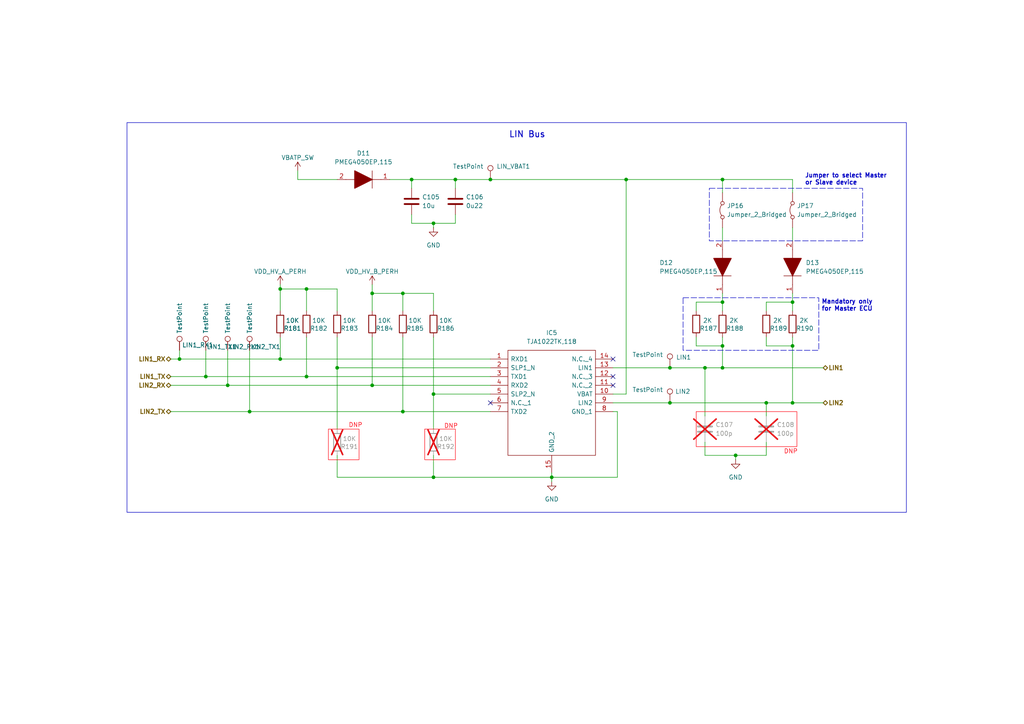
<source format=kicad_sch>
(kicad_sch
	(version 20231120)
	(generator "eeschema")
	(generator_version "8.0")
	(uuid "7ed1db5b-9ed4-4ff2-b070-72b0e7430923")
	(paper "A4")
	(title_block
		(title "LIN Bus")
	)
	(lib_symbols
		(symbol "Connector:TestPoint"
			(pin_numbers hide)
			(pin_names
				(offset 0.762) hide)
			(exclude_from_sim no)
			(in_bom yes)
			(on_board yes)
			(property "Reference" "TP"
				(at 0 6.858 0)
				(effects
					(font
						(size 1.27 1.27)
					)
				)
			)
			(property "Value" "TestPoint"
				(at 0 5.08 0)
				(effects
					(font
						(size 1.27 1.27)
					)
				)
			)
			(property "Footprint" ""
				(at 5.08 0 0)
				(effects
					(font
						(size 1.27 1.27)
					)
					(hide yes)
				)
			)
			(property "Datasheet" "~"
				(at 5.08 0 0)
				(effects
					(font
						(size 1.27 1.27)
					)
					(hide yes)
				)
			)
			(property "Description" "test point"
				(at 0 0 0)
				(effects
					(font
						(size 1.27 1.27)
					)
					(hide yes)
				)
			)
			(property "ki_keywords" "test point tp"
				(at 0 0 0)
				(effects
					(font
						(size 1.27 1.27)
					)
					(hide yes)
				)
			)
			(property "ki_fp_filters" "Pin* Test*"
				(at 0 0 0)
				(effects
					(font
						(size 1.27 1.27)
					)
					(hide yes)
				)
			)
			(symbol "TestPoint_0_1"
				(circle
					(center 0 3.302)
					(radius 0.762)
					(stroke
						(width 0)
						(type default)
					)
					(fill
						(type none)
					)
				)
			)
			(symbol "TestPoint_1_1"
				(pin passive line
					(at 0 0 90)
					(length 2.54)
					(name "1"
						(effects
							(font
								(size 1.27 1.27)
							)
						)
					)
					(number "1"
						(effects
							(font
								(size 1.27 1.27)
							)
						)
					)
				)
			)
		)
		(symbol "Device:C"
			(pin_numbers hide)
			(pin_names
				(offset 0.254)
			)
			(exclude_from_sim no)
			(in_bom yes)
			(on_board yes)
			(property "Reference" "C"
				(at 0.635 2.54 0)
				(effects
					(font
						(size 1.27 1.27)
					)
					(justify left)
				)
			)
			(property "Value" "C"
				(at 0.635 -2.54 0)
				(effects
					(font
						(size 1.27 1.27)
					)
					(justify left)
				)
			)
			(property "Footprint" ""
				(at 0.9652 -3.81 0)
				(effects
					(font
						(size 1.27 1.27)
					)
					(hide yes)
				)
			)
			(property "Datasheet" "~"
				(at 0 0 0)
				(effects
					(font
						(size 1.27 1.27)
					)
					(hide yes)
				)
			)
			(property "Description" "Unpolarized capacitor"
				(at 0 0 0)
				(effects
					(font
						(size 1.27 1.27)
					)
					(hide yes)
				)
			)
			(property "ki_keywords" "cap capacitor"
				(at 0 0 0)
				(effects
					(font
						(size 1.27 1.27)
					)
					(hide yes)
				)
			)
			(property "ki_fp_filters" "C_*"
				(at 0 0 0)
				(effects
					(font
						(size 1.27 1.27)
					)
					(hide yes)
				)
			)
			(symbol "C_0_1"
				(polyline
					(pts
						(xy -2.032 -0.762) (xy 2.032 -0.762)
					)
					(stroke
						(width 0.508)
						(type default)
					)
					(fill
						(type none)
					)
				)
				(polyline
					(pts
						(xy -2.032 0.762) (xy 2.032 0.762)
					)
					(stroke
						(width 0.508)
						(type default)
					)
					(fill
						(type none)
					)
				)
			)
			(symbol "C_1_1"
				(pin passive line
					(at 0 3.81 270)
					(length 2.794)
					(name "~"
						(effects
							(font
								(size 1.27 1.27)
							)
						)
					)
					(number "1"
						(effects
							(font
								(size 1.27 1.27)
							)
						)
					)
				)
				(pin passive line
					(at 0 -3.81 90)
					(length 2.794)
					(name "~"
						(effects
							(font
								(size 1.27 1.27)
							)
						)
					)
					(number "2"
						(effects
							(font
								(size 1.27 1.27)
							)
						)
					)
				)
			)
		)
		(symbol "Device:R"
			(pin_numbers hide)
			(pin_names
				(offset 0)
			)
			(exclude_from_sim no)
			(in_bom yes)
			(on_board yes)
			(property "Reference" "R"
				(at 2.032 0 90)
				(effects
					(font
						(size 1.27 1.27)
					)
				)
			)
			(property "Value" "R"
				(at 0 0 90)
				(effects
					(font
						(size 1.27 1.27)
					)
				)
			)
			(property "Footprint" ""
				(at -1.778 0 90)
				(effects
					(font
						(size 1.27 1.27)
					)
					(hide yes)
				)
			)
			(property "Datasheet" "~"
				(at 0 0 0)
				(effects
					(font
						(size 1.27 1.27)
					)
					(hide yes)
				)
			)
			(property "Description" "Resistor"
				(at 0 0 0)
				(effects
					(font
						(size 1.27 1.27)
					)
					(hide yes)
				)
			)
			(property "ki_keywords" "R res resistor"
				(at 0 0 0)
				(effects
					(font
						(size 1.27 1.27)
					)
					(hide yes)
				)
			)
			(property "ki_fp_filters" "R_*"
				(at 0 0 0)
				(effects
					(font
						(size 1.27 1.27)
					)
					(hide yes)
				)
			)
			(symbol "R_0_1"
				(rectangle
					(start -1.016 -2.54)
					(end 1.016 2.54)
					(stroke
						(width 0.254)
						(type default)
					)
					(fill
						(type none)
					)
				)
			)
			(symbol "R_1_1"
				(pin passive line
					(at 0 3.81 270)
					(length 1.27)
					(name "~"
						(effects
							(font
								(size 1.27 1.27)
							)
						)
					)
					(number "1"
						(effects
							(font
								(size 1.27 1.27)
							)
						)
					)
				)
				(pin passive line
					(at 0 -3.81 90)
					(length 1.27)
					(name "~"
						(effects
							(font
								(size 1.27 1.27)
							)
						)
					)
					(number "2"
						(effects
							(font
								(size 1.27 1.27)
							)
						)
					)
				)
			)
		)
		(symbol "Jumper:Jumper_2_Bridged"
			(pin_numbers hide)
			(pin_names
				(offset 0) hide)
			(exclude_from_sim yes)
			(in_bom yes)
			(on_board yes)
			(property "Reference" "JP"
				(at 0 1.905 0)
				(effects
					(font
						(size 1.27 1.27)
					)
				)
			)
			(property "Value" "Jumper_2_Bridged"
				(at 0 -2.54 0)
				(effects
					(font
						(size 1.27 1.27)
					)
				)
			)
			(property "Footprint" ""
				(at 0 0 0)
				(effects
					(font
						(size 1.27 1.27)
					)
					(hide yes)
				)
			)
			(property "Datasheet" "~"
				(at 0 0 0)
				(effects
					(font
						(size 1.27 1.27)
					)
					(hide yes)
				)
			)
			(property "Description" "Jumper, 2-pole, closed/bridged"
				(at 0 0 0)
				(effects
					(font
						(size 1.27 1.27)
					)
					(hide yes)
				)
			)
			(property "ki_keywords" "Jumper SPST"
				(at 0 0 0)
				(effects
					(font
						(size 1.27 1.27)
					)
					(hide yes)
				)
			)
			(property "ki_fp_filters" "Jumper* TestPoint*2Pads* TestPoint*Bridge*"
				(at 0 0 0)
				(effects
					(font
						(size 1.27 1.27)
					)
					(hide yes)
				)
			)
			(symbol "Jumper_2_Bridged_0_0"
				(circle
					(center -2.032 0)
					(radius 0.508)
					(stroke
						(width 0)
						(type default)
					)
					(fill
						(type none)
					)
				)
				(circle
					(center 2.032 0)
					(radius 0.508)
					(stroke
						(width 0)
						(type default)
					)
					(fill
						(type none)
					)
				)
			)
			(symbol "Jumper_2_Bridged_0_1"
				(arc
					(start 1.524 0.254)
					(mid 0 0.762)
					(end -1.524 0.254)
					(stroke
						(width 0)
						(type default)
					)
					(fill
						(type none)
					)
				)
			)
			(symbol "Jumper_2_Bridged_1_1"
				(pin passive line
					(at -5.08 0 0)
					(length 2.54)
					(name "A"
						(effects
							(font
								(size 1.27 1.27)
							)
						)
					)
					(number "1"
						(effects
							(font
								(size 1.27 1.27)
							)
						)
					)
				)
				(pin passive line
					(at 5.08 0 180)
					(length 2.54)
					(name "B"
						(effects
							(font
								(size 1.27 1.27)
							)
						)
					)
					(number "2"
						(effects
							(font
								(size 1.27 1.27)
							)
						)
					)
				)
			)
		)
		(symbol "SamacSys_Parts:PMEG4050EP,115"
			(pin_names
				(offset 0.762)
			)
			(exclude_from_sim no)
			(in_bom yes)
			(on_board yes)
			(property "Reference" "D"
				(at 11.43 5.08 0)
				(effects
					(font
						(size 1.27 1.27)
					)
					(justify left)
				)
			)
			(property "Value" "PMEG4050EP,115"
				(at 11.43 2.54 0)
				(effects
					(font
						(size 1.27 1.27)
					)
					(justify left)
				)
			)
			(property "Footprint" "SODFL4725X110N"
				(at 11.43 0 0)
				(effects
					(font
						(size 1.27 1.27)
					)
					(justify left)
					(hide yes)
				)
			)
			(property "Datasheet" "https://assets.nexperia.com/documents/data-sheet/PMEG4050EP.pdf"
				(at 11.43 -2.54 0)
				(effects
					(font
						(size 1.27 1.27)
					)
					(justify left)
					(hide yes)
				)
			)
			(property "Description" "Nexperia PMEG4050EP,115 SMT Schottky Diode, 40V 5A, 2-Pin SOD-128"
				(at 0 0 0)
				(effects
					(font
						(size 1.27 1.27)
					)
					(hide yes)
				)
			)
			(property "Description_1" "Nexperia PMEG4050EP,115 SMT Schottky Diode, 40V 5A, 2-Pin SOD-128"
				(at 11.43 -5.08 0)
				(effects
					(font
						(size 1.27 1.27)
					)
					(justify left)
					(hide yes)
				)
			)
			(property "Height" "1.1"
				(at 11.43 -7.62 0)
				(effects
					(font
						(size 1.27 1.27)
					)
					(justify left)
					(hide yes)
				)
			)
			(property "Manufacturer_Name" "Nexperia"
				(at 11.43 -10.16 0)
				(effects
					(font
						(size 1.27 1.27)
					)
					(justify left)
					(hide yes)
				)
			)
			(property "Manufacturer_Part_Number" "PMEG4050EP,115"
				(at 11.43 -12.7 0)
				(effects
					(font
						(size 1.27 1.27)
					)
					(justify left)
					(hide yes)
				)
			)
			(property "Mouser Part Number" "771-PMEG4050EP115"
				(at 11.43 -15.24 0)
				(effects
					(font
						(size 1.27 1.27)
					)
					(justify left)
					(hide yes)
				)
			)
			(property "Mouser Price/Stock" "https://www.mouser.co.uk/ProductDetail/Nexperia/PMEG4050EP115?qs=GcY6OjH1zdk5C%252Bz4cd0zSg%3D%3D"
				(at 11.43 -17.78 0)
				(effects
					(font
						(size 1.27 1.27)
					)
					(justify left)
					(hide yes)
				)
			)
			(property "Arrow Part Number" "PMEG4050EP,115"
				(at 11.43 -20.32 0)
				(effects
					(font
						(size 1.27 1.27)
					)
					(justify left)
					(hide yes)
				)
			)
			(property "Arrow Price/Stock" "https://www.arrow.com/en/products/pmeg4050ep115/nexperia?region=nac"
				(at 11.43 -22.86 0)
				(effects
					(font
						(size 1.27 1.27)
					)
					(justify left)
					(hide yes)
				)
			)
			(symbol "PMEG4050EP,115_0_0"
				(pin passive line
					(at 0 0 0)
					(length 2.54)
					(name "~"
						(effects
							(font
								(size 1.27 1.27)
							)
						)
					)
					(number "1"
						(effects
							(font
								(size 1.27 1.27)
							)
						)
					)
				)
				(pin passive line
					(at 15.24 0 180)
					(length 2.54)
					(name "~"
						(effects
							(font
								(size 1.27 1.27)
							)
						)
					)
					(number "2"
						(effects
							(font
								(size 1.27 1.27)
							)
						)
					)
				)
			)
			(symbol "PMEG4050EP,115_0_1"
				(polyline
					(pts
						(xy 2.54 0) (xy 5.08 0)
					)
					(stroke
						(width 0.1524)
						(type solid)
					)
					(fill
						(type none)
					)
				)
				(polyline
					(pts
						(xy 5.08 2.54) (xy 5.08 -2.54)
					)
					(stroke
						(width 0.1524)
						(type solid)
					)
					(fill
						(type none)
					)
				)
				(polyline
					(pts
						(xy 10.16 0) (xy 12.7 0)
					)
					(stroke
						(width 0.1524)
						(type solid)
					)
					(fill
						(type none)
					)
				)
				(polyline
					(pts
						(xy 5.08 0) (xy 10.16 2.54) (xy 10.16 -2.54) (xy 5.08 0)
					)
					(stroke
						(width 0.254)
						(type solid)
					)
					(fill
						(type outline)
					)
				)
			)
		)
		(symbol "SamacSys_Parts:TJA1022TK,118"
			(pin_names
				(offset 0.762)
			)
			(exclude_from_sim no)
			(in_bom yes)
			(on_board yes)
			(property "Reference" "IC"
				(at 31.75 7.62 0)
				(effects
					(font
						(size 1.27 1.27)
					)
					(justify left)
				)
			)
			(property "Value" "TJA1022TK,118"
				(at 31.75 5.08 0)
				(effects
					(font
						(size 1.27 1.27)
					)
					(justify left)
				)
			)
			(property "Footprint" "SON65P300X450X100-15N"
				(at 31.75 2.54 0)
				(effects
					(font
						(size 1.27 1.27)
					)
					(justify left)
					(hide yes)
				)
			)
			(property "Datasheet" "http://www.nxp.com/docs/en/data-sheet/TJA1022.pdf"
				(at 31.75 0 0)
				(effects
					(font
						(size 1.27 1.27)
					)
					(justify left)
					(hide yes)
				)
			)
			(property "Description" "NXP - TJA1022TK,118 - LIN TRANSCEIVER, AEC-Q100, HVSON-14"
				(at 0 0 0)
				(effects
					(font
						(size 1.27 1.27)
					)
					(hide yes)
				)
			)
			(property "Description_1" "NXP - TJA1022TK,118 - LIN TRANSCEIVER, AEC-Q100, HVSON-14"
				(at 31.75 -2.54 0)
				(effects
					(font
						(size 1.27 1.27)
					)
					(justify left)
					(hide yes)
				)
			)
			(property "Height" "1"
				(at 31.75 -5.08 0)
				(effects
					(font
						(size 1.27 1.27)
					)
					(justify left)
					(hide yes)
				)
			)
			(property "Manufacturer_Name" "NXP"
				(at 31.75 -7.62 0)
				(effects
					(font
						(size 1.27 1.27)
					)
					(justify left)
					(hide yes)
				)
			)
			(property "Manufacturer_Part_Number" "TJA1022TK,118"
				(at 31.75 -10.16 0)
				(effects
					(font
						(size 1.27 1.27)
					)
					(justify left)
					(hide yes)
				)
			)
			(property "Mouser Part Number" "771-TJA1022TK118"
				(at 31.75 -12.7 0)
				(effects
					(font
						(size 1.27 1.27)
					)
					(justify left)
					(hide yes)
				)
			)
			(property "Mouser Price/Stock" "https://www.mouser.co.uk/ProductDetail/NXP-Semiconductors/TJA1022TK118?qs=5C9Q4QJFsuPSOljSry36mQ%3D%3D"
				(at 31.75 -15.24 0)
				(effects
					(font
						(size 1.27 1.27)
					)
					(justify left)
					(hide yes)
				)
			)
			(property "Arrow Part Number" "TJA1022TK,118"
				(at 31.75 -17.78 0)
				(effects
					(font
						(size 1.27 1.27)
					)
					(justify left)
					(hide yes)
				)
			)
			(property "Arrow Price/Stock" "https://www.arrow.com/en/products/tja1022tk118/nxp-semiconductors?region=nac"
				(at 31.75 -20.32 0)
				(effects
					(font
						(size 1.27 1.27)
					)
					(justify left)
					(hide yes)
				)
			)
			(symbol "TJA1022TK,118_0_0"
				(pin passive line
					(at 0 0 0)
					(length 5.08)
					(name "RXD1"
						(effects
							(font
								(size 1.27 1.27)
							)
						)
					)
					(number "1"
						(effects
							(font
								(size 1.27 1.27)
							)
						)
					)
				)
				(pin passive line
					(at 35.56 -10.16 180)
					(length 5.08)
					(name "VBAT"
						(effects
							(font
								(size 1.27 1.27)
							)
						)
					)
					(number "10"
						(effects
							(font
								(size 1.27 1.27)
							)
						)
					)
				)
				(pin passive line
					(at 35.56 -7.62 180)
					(length 5.08)
					(name "N.C._2"
						(effects
							(font
								(size 1.27 1.27)
							)
						)
					)
					(number "11"
						(effects
							(font
								(size 1.27 1.27)
							)
						)
					)
				)
				(pin passive line
					(at 35.56 -5.08 180)
					(length 5.08)
					(name "N.C._3"
						(effects
							(font
								(size 1.27 1.27)
							)
						)
					)
					(number "12"
						(effects
							(font
								(size 1.27 1.27)
							)
						)
					)
				)
				(pin passive line
					(at 35.56 -2.54 180)
					(length 5.08)
					(name "LIN1"
						(effects
							(font
								(size 1.27 1.27)
							)
						)
					)
					(number "13"
						(effects
							(font
								(size 1.27 1.27)
							)
						)
					)
				)
				(pin passive line
					(at 35.56 0 180)
					(length 5.08)
					(name "N.C._4"
						(effects
							(font
								(size 1.27 1.27)
							)
						)
					)
					(number "14"
						(effects
							(font
								(size 1.27 1.27)
							)
						)
					)
				)
				(pin passive line
					(at 17.78 -33.02 90)
					(length 5.08)
					(name "GND_2"
						(effects
							(font
								(size 1.27 1.27)
							)
						)
					)
					(number "15"
						(effects
							(font
								(size 1.27 1.27)
							)
						)
					)
				)
				(pin passive line
					(at 0 -2.54 0)
					(length 5.08)
					(name "SLP1_N"
						(effects
							(font
								(size 1.27 1.27)
							)
						)
					)
					(number "2"
						(effects
							(font
								(size 1.27 1.27)
							)
						)
					)
				)
				(pin passive line
					(at 0 -5.08 0)
					(length 5.08)
					(name "TXD1"
						(effects
							(font
								(size 1.27 1.27)
							)
						)
					)
					(number "3"
						(effects
							(font
								(size 1.27 1.27)
							)
						)
					)
				)
				(pin passive line
					(at 0 -7.62 0)
					(length 5.08)
					(name "RXD2"
						(effects
							(font
								(size 1.27 1.27)
							)
						)
					)
					(number "4"
						(effects
							(font
								(size 1.27 1.27)
							)
						)
					)
				)
				(pin passive line
					(at 0 -10.16 0)
					(length 5.08)
					(name "SLP2_N"
						(effects
							(font
								(size 1.27 1.27)
							)
						)
					)
					(number "5"
						(effects
							(font
								(size 1.27 1.27)
							)
						)
					)
				)
				(pin passive line
					(at 0 -12.7 0)
					(length 5.08)
					(name "N.C._1"
						(effects
							(font
								(size 1.27 1.27)
							)
						)
					)
					(number "6"
						(effects
							(font
								(size 1.27 1.27)
							)
						)
					)
				)
				(pin passive line
					(at 0 -15.24 0)
					(length 5.08)
					(name "TXD2"
						(effects
							(font
								(size 1.27 1.27)
							)
						)
					)
					(number "7"
						(effects
							(font
								(size 1.27 1.27)
							)
						)
					)
				)
				(pin passive line
					(at 35.56 -15.24 180)
					(length 5.08)
					(name "GND_1"
						(effects
							(font
								(size 1.27 1.27)
							)
						)
					)
					(number "8"
						(effects
							(font
								(size 1.27 1.27)
							)
						)
					)
				)
				(pin passive line
					(at 35.56 -12.7 180)
					(length 5.08)
					(name "LIN2"
						(effects
							(font
								(size 1.27 1.27)
							)
						)
					)
					(number "9"
						(effects
							(font
								(size 1.27 1.27)
							)
						)
					)
				)
			)
			(symbol "TJA1022TK,118_0_1"
				(polyline
					(pts
						(xy 5.08 2.54) (xy 30.48 2.54) (xy 30.48 -27.94) (xy 5.08 -27.94) (xy 5.08 2.54)
					)
					(stroke
						(width 0.1524)
						(type solid)
					)
					(fill
						(type none)
					)
				)
			)
		)
		(symbol "power:+BATT"
			(power)
			(pin_numbers hide)
			(pin_names
				(offset 0) hide)
			(exclude_from_sim no)
			(in_bom yes)
			(on_board yes)
			(property "Reference" "#PWR"
				(at 0 -3.81 0)
				(effects
					(font
						(size 1.27 1.27)
					)
					(hide yes)
				)
			)
			(property "Value" "+BATT"
				(at 0 3.556 0)
				(effects
					(font
						(size 1.27 1.27)
					)
				)
			)
			(property "Footprint" ""
				(at 0 0 0)
				(effects
					(font
						(size 1.27 1.27)
					)
					(hide yes)
				)
			)
			(property "Datasheet" ""
				(at 0 0 0)
				(effects
					(font
						(size 1.27 1.27)
					)
					(hide yes)
				)
			)
			(property "Description" "Power symbol creates a global label with name \"+BATT\""
				(at 0 0 0)
				(effects
					(font
						(size 1.27 1.27)
					)
					(hide yes)
				)
			)
			(property "ki_keywords" "global power battery"
				(at 0 0 0)
				(effects
					(font
						(size 1.27 1.27)
					)
					(hide yes)
				)
			)
			(symbol "+BATT_0_1"
				(polyline
					(pts
						(xy -0.762 1.27) (xy 0 2.54)
					)
					(stroke
						(width 0)
						(type default)
					)
					(fill
						(type none)
					)
				)
				(polyline
					(pts
						(xy 0 0) (xy 0 2.54)
					)
					(stroke
						(width 0)
						(type default)
					)
					(fill
						(type none)
					)
				)
				(polyline
					(pts
						(xy 0 2.54) (xy 0.762 1.27)
					)
					(stroke
						(width 0)
						(type default)
					)
					(fill
						(type none)
					)
				)
			)
			(symbol "+BATT_1_1"
				(pin power_in line
					(at 0 0 90)
					(length 0)
					(name "~"
						(effects
							(font
								(size 1.27 1.27)
							)
						)
					)
					(number "1"
						(effects
							(font
								(size 1.27 1.27)
							)
						)
					)
				)
			)
		)
		(symbol "power:GND"
			(power)
			(pin_numbers hide)
			(pin_names
				(offset 0) hide)
			(exclude_from_sim no)
			(in_bom yes)
			(on_board yes)
			(property "Reference" "#PWR"
				(at 0 -6.35 0)
				(effects
					(font
						(size 1.27 1.27)
					)
					(hide yes)
				)
			)
			(property "Value" "GND"
				(at 0 -3.81 0)
				(effects
					(font
						(size 1.27 1.27)
					)
				)
			)
			(property "Footprint" ""
				(at 0 0 0)
				(effects
					(font
						(size 1.27 1.27)
					)
					(hide yes)
				)
			)
			(property "Datasheet" ""
				(at 0 0 0)
				(effects
					(font
						(size 1.27 1.27)
					)
					(hide yes)
				)
			)
			(property "Description" "Power symbol creates a global label with name \"GND\" , ground"
				(at 0 0 0)
				(effects
					(font
						(size 1.27 1.27)
					)
					(hide yes)
				)
			)
			(property "ki_keywords" "global power"
				(at 0 0 0)
				(effects
					(font
						(size 1.27 1.27)
					)
					(hide yes)
				)
			)
			(symbol "GND_0_1"
				(polyline
					(pts
						(xy 0 0) (xy 0 -1.27) (xy 1.27 -1.27) (xy 0 -2.54) (xy -1.27 -1.27) (xy 0 -1.27)
					)
					(stroke
						(width 0)
						(type default)
					)
					(fill
						(type none)
					)
				)
			)
			(symbol "GND_1_1"
				(pin power_in line
					(at 0 0 270)
					(length 0)
					(name "~"
						(effects
							(font
								(size 1.27 1.27)
							)
						)
					)
					(number "1"
						(effects
							(font
								(size 1.27 1.27)
							)
						)
					)
				)
			)
		)
	)
	(junction
		(at 204.47 106.68)
		(diameter 0)
		(color 0 0 0 0)
		(uuid "06af10ae-0b28-4288-9708-5268e313cdf0")
	)
	(junction
		(at 97.79 106.68)
		(diameter 0)
		(color 0 0 0 0)
		(uuid "0bf3dc5a-c4e9-4be2-bb91-74c75ea55c84")
	)
	(junction
		(at 229.87 87.63)
		(diameter 0)
		(color 0 0 0 0)
		(uuid "0c1fb233-53ff-4174-a916-42d2eb7d2b55")
	)
	(junction
		(at 132.08 52.07)
		(diameter 0)
		(color 0 0 0 0)
		(uuid "19fe730c-391d-4167-8b62-7c3ff71bd42c")
	)
	(junction
		(at 209.55 106.68)
		(diameter 0)
		(color 0 0 0 0)
		(uuid "1ffe5ad2-6881-47b0-960c-3ed8f78a4024")
	)
	(junction
		(at 66.04 111.76)
		(diameter 0)
		(color 0 0 0 0)
		(uuid "258e8431-288c-41dc-bb6a-fe1290abc1ea")
	)
	(junction
		(at 125.73 138.43)
		(diameter 0)
		(color 0 0 0 0)
		(uuid "353e3fd6-c01a-4bd6-bbe3-15adc521ab32")
	)
	(junction
		(at 194.31 116.84)
		(diameter 0)
		(color 0 0 0 0)
		(uuid "39b872a3-337b-4807-8a01-152c911eed87")
	)
	(junction
		(at 107.95 85.09)
		(diameter 0)
		(color 0 0 0 0)
		(uuid "47e32cdf-4307-465c-9605-bc3ec6d616b0")
	)
	(junction
		(at 52.07 104.14)
		(diameter 0)
		(color 0 0 0 0)
		(uuid "4feafaa5-3380-44a2-b57f-4aa4f818b217")
	)
	(junction
		(at 59.69 109.22)
		(diameter 0)
		(color 0 0 0 0)
		(uuid "514b9e23-e8a7-40e2-8b40-f1ae032c8e7c")
	)
	(junction
		(at 81.28 83.82)
		(diameter 0)
		(color 0 0 0 0)
		(uuid "58e5e5e0-ee88-4058-bf87-958cdce2f202")
	)
	(junction
		(at 88.9 109.22)
		(diameter 0)
		(color 0 0 0 0)
		(uuid "5cb7271d-e33f-4e59-bd48-d5083578b8d4")
	)
	(junction
		(at 107.95 111.76)
		(diameter 0)
		(color 0 0 0 0)
		(uuid "6238c884-7259-4004-aeae-0a3ab55c3616")
	)
	(junction
		(at 209.55 100.33)
		(diameter 0)
		(color 0 0 0 0)
		(uuid "686a2f63-fe5f-41fc-9624-dce5eff40e91")
	)
	(junction
		(at 229.87 116.84)
		(diameter 0)
		(color 0 0 0 0)
		(uuid "6b737e1b-3de3-4ec8-8a8f-66341d484ef1")
	)
	(junction
		(at 160.02 138.43)
		(diameter 0)
		(color 0 0 0 0)
		(uuid "6d64440f-8896-46bf-a37b-8c3d1cbd3b59")
	)
	(junction
		(at 72.39 119.38)
		(diameter 0)
		(color 0 0 0 0)
		(uuid "717a56d7-d381-4a76-8d1f-c9fb99c6ec05")
	)
	(junction
		(at 88.9 83.82)
		(diameter 0)
		(color 0 0 0 0)
		(uuid "77f98294-763d-4b53-a257-06356a5a5f4b")
	)
	(junction
		(at 209.55 52.07)
		(diameter 0)
		(color 0 0 0 0)
		(uuid "7f3ab293-9ece-4aaa-b6d9-3508c477155c")
	)
	(junction
		(at 142.24 52.07)
		(diameter 0)
		(color 0 0 0 0)
		(uuid "81bc06f2-d126-4d01-966c-7aad1a6c11e1")
	)
	(junction
		(at 194.31 106.68)
		(diameter 0)
		(color 0 0 0 0)
		(uuid "86759c67-2e18-4bf2-9da2-fb8fb76c813d")
	)
	(junction
		(at 125.73 114.3)
		(diameter 0)
		(color 0 0 0 0)
		(uuid "8d4045eb-c220-4dd7-bc17-f33e1b487f4c")
	)
	(junction
		(at 81.28 104.14)
		(diameter 0)
		(color 0 0 0 0)
		(uuid "a9c0ce15-a226-45f2-9109-3119be058221")
	)
	(junction
		(at 125.73 64.77)
		(diameter 0)
		(color 0 0 0 0)
		(uuid "af466c6a-d7b5-4871-bcba-6b59c01bdbb9")
	)
	(junction
		(at 116.84 85.09)
		(diameter 0)
		(color 0 0 0 0)
		(uuid "b387f37e-bb4f-45b4-8ae7-ca0d968d64ca")
	)
	(junction
		(at 213.36 132.08)
		(diameter 0)
		(color 0 0 0 0)
		(uuid "bb20de07-e033-41e7-a7e8-4bced34ecba3")
	)
	(junction
		(at 229.87 100.33)
		(diameter 0)
		(color 0 0 0 0)
		(uuid "d93f1474-c0c1-4809-b652-84bc93a0f154")
	)
	(junction
		(at 209.55 87.63)
		(diameter 0)
		(color 0 0 0 0)
		(uuid "e01dd580-cfb7-47e8-b274-7b123fb947b5")
	)
	(junction
		(at 222.25 116.84)
		(diameter 0)
		(color 0 0 0 0)
		(uuid "e503470d-96a4-40eb-984d-fedd9a34d425")
	)
	(junction
		(at 119.38 52.07)
		(diameter 0)
		(color 0 0 0 0)
		(uuid "eb3e6fcd-71d1-4b9c-b641-5fe3b2e4a3b6")
	)
	(junction
		(at 116.84 119.38)
		(diameter 0)
		(color 0 0 0 0)
		(uuid "efb5d486-1e67-4c98-a90c-13306052e520")
	)
	(junction
		(at 181.61 52.07)
		(diameter 0)
		(color 0 0 0 0)
		(uuid "fe8c6c36-17b5-4177-b639-0bc4489d8962")
	)
	(no_connect
		(at 177.8 104.14)
		(uuid "87869a51-1b8a-48fe-8780-8d4f0c20e3c1")
	)
	(no_connect
		(at 177.8 109.22)
		(uuid "90b76882-a32a-4d79-a51a-2fc8c6a3b91c")
	)
	(no_connect
		(at 142.24 116.84)
		(uuid "b28d98e4-4c38-45ea-b527-b9f19b7fc663")
	)
	(no_connect
		(at 177.8 111.76)
		(uuid "e7c519e0-a024-4d08-b329-0fb30dd2e9fe")
	)
	(wire
		(pts
			(xy 222.25 116.84) (xy 222.25 120.65)
		)
		(stroke
			(width 0)
			(type default)
		)
		(uuid "00492645-21f2-4ef1-a004-a2804cd8da97")
	)
	(wire
		(pts
			(xy 97.79 106.68) (xy 97.79 97.79)
		)
		(stroke
			(width 0)
			(type default)
		)
		(uuid "00833f53-15c3-47ee-bb98-5ad8d6c3b42f")
	)
	(wire
		(pts
			(xy 97.79 106.68) (xy 97.79 124.46)
		)
		(stroke
			(width 0)
			(type default)
		)
		(uuid "04c6b009-2af9-429e-95cc-51eddd710bd6")
	)
	(wire
		(pts
			(xy 132.08 64.77) (xy 132.08 62.23)
		)
		(stroke
			(width 0)
			(type default)
		)
		(uuid "05481a30-dc83-4590-a05d-194e299c8fff")
	)
	(wire
		(pts
			(xy 72.39 119.38) (xy 49.53 119.38)
		)
		(stroke
			(width 0)
			(type default)
		)
		(uuid "132eaae8-8112-448f-be20-26aeca9de644")
	)
	(wire
		(pts
			(xy 222.25 100.33) (xy 229.87 100.33)
		)
		(stroke
			(width 0)
			(type default)
		)
		(uuid "19bfd2a6-830b-41aa-9ba8-255bff85e296")
	)
	(wire
		(pts
			(xy 88.9 97.79) (xy 88.9 109.22)
		)
		(stroke
			(width 0)
			(type default)
		)
		(uuid "1dfce4fa-ae89-4407-ad6c-f72c99ed99d2")
	)
	(wire
		(pts
			(xy 97.79 83.82) (xy 97.79 90.17)
		)
		(stroke
			(width 0)
			(type default)
		)
		(uuid "1f740a50-8302-4217-a1a2-f3372278b39e")
	)
	(wire
		(pts
			(xy 116.84 97.79) (xy 116.84 119.38)
		)
		(stroke
			(width 0)
			(type default)
		)
		(uuid "1fe3969e-0a1e-4e1c-8d76-2df292205fb4")
	)
	(wire
		(pts
			(xy 194.31 116.84) (xy 222.25 116.84)
		)
		(stroke
			(width 0)
			(type default)
		)
		(uuid "2268118e-8e79-4c60-ae9f-3ecdaec6ab59")
	)
	(wire
		(pts
			(xy 222.25 87.63) (xy 229.87 87.63)
		)
		(stroke
			(width 0)
			(type default)
		)
		(uuid "25684b26-97db-4299-920c-f70f9676c59e")
	)
	(wire
		(pts
			(xy 59.69 109.22) (xy 88.9 109.22)
		)
		(stroke
			(width 0)
			(type default)
		)
		(uuid "2ce26aba-60fa-4cb6-962d-c99ae9705684")
	)
	(wire
		(pts
			(xy 229.87 66.04) (xy 229.87 69.85)
		)
		(stroke
			(width 0)
			(type default)
		)
		(uuid "31ddd336-7ecb-4c12-9cd7-fdf565a9bf9f")
	)
	(wire
		(pts
			(xy 125.73 97.79) (xy 125.73 114.3)
		)
		(stroke
			(width 0)
			(type default)
		)
		(uuid "3a932462-1f26-4591-a389-02a97ea7a75f")
	)
	(wire
		(pts
			(xy 179.07 138.43) (xy 160.02 138.43)
		)
		(stroke
			(width 0)
			(type default)
		)
		(uuid "3c626a1b-4cab-43c9-80d9-6ee33e0d480a")
	)
	(wire
		(pts
			(xy 179.07 119.38) (xy 179.07 138.43)
		)
		(stroke
			(width 0)
			(type default)
		)
		(uuid "3de4c262-2aee-424e-9d61-afc311557b78")
	)
	(wire
		(pts
			(xy 209.55 87.63) (xy 209.55 90.17)
		)
		(stroke
			(width 0)
			(type default)
		)
		(uuid "3fb0189d-6ef3-4a60-aaf3-30141d218199")
	)
	(wire
		(pts
			(xy 107.95 111.76) (xy 142.24 111.76)
		)
		(stroke
			(width 0)
			(type default)
		)
		(uuid "40f8fd31-b1bf-4184-af32-ea9c1d632e17")
	)
	(wire
		(pts
			(xy 204.47 106.68) (xy 209.55 106.68)
		)
		(stroke
			(width 0)
			(type default)
		)
		(uuid "4194a19a-3fa8-4bca-8379-29796c7a3b82")
	)
	(wire
		(pts
			(xy 125.73 64.77) (xy 132.08 64.77)
		)
		(stroke
			(width 0)
			(type default)
		)
		(uuid "5008db5f-6cbb-451c-ab46-88d49549ee32")
	)
	(wire
		(pts
			(xy 125.73 114.3) (xy 142.24 114.3)
		)
		(stroke
			(width 0)
			(type default)
		)
		(uuid "546ef123-90ab-44aa-9005-93a3ba8a6337")
	)
	(wire
		(pts
			(xy 181.61 52.07) (xy 209.55 52.07)
		)
		(stroke
			(width 0)
			(type default)
		)
		(uuid "582f238b-1b39-483f-bed0-08834c36228c")
	)
	(wire
		(pts
			(xy 222.25 116.84) (xy 229.87 116.84)
		)
		(stroke
			(width 0)
			(type default)
		)
		(uuid "5fd7254e-7964-4315-ba0d-1682adf65a27")
	)
	(wire
		(pts
			(xy 119.38 62.23) (xy 119.38 64.77)
		)
		(stroke
			(width 0)
			(type default)
		)
		(uuid "6081b470-63ba-46f8-bdf2-6cffbf7266dc")
	)
	(wire
		(pts
			(xy 209.55 66.04) (xy 209.55 69.85)
		)
		(stroke
			(width 0)
			(type default)
		)
		(uuid "64b12974-b35a-4916-b98f-2190550ca26f")
	)
	(wire
		(pts
			(xy 81.28 82.55) (xy 81.28 83.82)
		)
		(stroke
			(width 0)
			(type default)
		)
		(uuid "68621ef2-d8c8-4d78-93e9-142029d585c5")
	)
	(wire
		(pts
			(xy 209.55 100.33) (xy 209.55 106.68)
		)
		(stroke
			(width 0)
			(type default)
		)
		(uuid "6cba5058-017d-4e5e-a107-e6d7c2835c84")
	)
	(wire
		(pts
			(xy 116.84 85.09) (xy 116.84 90.17)
		)
		(stroke
			(width 0)
			(type default)
		)
		(uuid "6f7481d6-ee44-4578-a927-85200ff500a8")
	)
	(wire
		(pts
			(xy 204.47 132.08) (xy 213.36 132.08)
		)
		(stroke
			(width 0)
			(type default)
		)
		(uuid "74393cea-6343-4c2e-b493-dcc2a971f6c1")
	)
	(wire
		(pts
			(xy 213.36 132.08) (xy 213.36 133.35)
		)
		(stroke
			(width 0)
			(type default)
		)
		(uuid "74450a06-3cdb-4138-9cc4-6e947ad64eab")
	)
	(wire
		(pts
			(xy 222.25 132.08) (xy 222.25 128.27)
		)
		(stroke
			(width 0)
			(type default)
		)
		(uuid "760f6284-5355-49f9-b6a0-9e8be001c600")
	)
	(wire
		(pts
			(xy 119.38 52.07) (xy 119.38 54.61)
		)
		(stroke
			(width 0)
			(type default)
		)
		(uuid "77d682f3-7dbd-41ed-bf78-a455cf996583")
	)
	(wire
		(pts
			(xy 132.08 52.07) (xy 119.38 52.07)
		)
		(stroke
			(width 0)
			(type default)
		)
		(uuid "77f87d80-d487-420a-a242-06665f25a281")
	)
	(wire
		(pts
			(xy 97.79 138.43) (xy 125.73 138.43)
		)
		(stroke
			(width 0)
			(type default)
		)
		(uuid "79f698f0-3c12-47b8-8584-e0f1a59be503")
	)
	(wire
		(pts
			(xy 229.87 116.84) (xy 238.76 116.84)
		)
		(stroke
			(width 0)
			(type default)
		)
		(uuid "7b9004bc-bbf0-4c20-a1b8-61568d639ddf")
	)
	(wire
		(pts
			(xy 142.24 52.07) (xy 132.08 52.07)
		)
		(stroke
			(width 0)
			(type default)
		)
		(uuid "7d3babcf-5248-44e2-9019-7c80fe147684")
	)
	(wire
		(pts
			(xy 49.53 109.22) (xy 59.69 109.22)
		)
		(stroke
			(width 0)
			(type default)
		)
		(uuid "7f8b3f5d-f3d0-4c72-b53d-25d0aa36a0f3")
	)
	(wire
		(pts
			(xy 229.87 100.33) (xy 229.87 97.79)
		)
		(stroke
			(width 0)
			(type default)
		)
		(uuid "805696c4-074f-4903-9d9e-e701df1bc63c")
	)
	(wire
		(pts
			(xy 229.87 87.63) (xy 229.87 90.17)
		)
		(stroke
			(width 0)
			(type default)
		)
		(uuid "8182656b-d27d-49cb-96d6-f56866d5e4da")
	)
	(wire
		(pts
			(xy 177.8 116.84) (xy 194.31 116.84)
		)
		(stroke
			(width 0)
			(type default)
		)
		(uuid "81badba5-6864-436e-81e2-393b2008a8e8")
	)
	(wire
		(pts
			(xy 107.95 85.09) (xy 107.95 90.17)
		)
		(stroke
			(width 0)
			(type default)
		)
		(uuid "87e265da-07c2-46bc-b5f8-a8ff9ae64d95")
	)
	(wire
		(pts
			(xy 107.95 97.79) (xy 107.95 111.76)
		)
		(stroke
			(width 0)
			(type default)
		)
		(uuid "88462562-0bb8-4238-8109-abc1724afcd1")
	)
	(wire
		(pts
			(xy 181.61 52.07) (xy 142.24 52.07)
		)
		(stroke
			(width 0)
			(type default)
		)
		(uuid "88d68b49-a3b6-4884-8f8b-ef18e5acd849")
	)
	(wire
		(pts
			(xy 81.28 97.79) (xy 81.28 104.14)
		)
		(stroke
			(width 0)
			(type default)
		)
		(uuid "8af6442e-a40f-4e4b-81bf-cd5ee00199b7")
	)
	(wire
		(pts
			(xy 213.36 132.08) (xy 222.25 132.08)
		)
		(stroke
			(width 0)
			(type default)
		)
		(uuid "8baabf2a-1b58-4eb3-b5a4-3ffc10e6a75f")
	)
	(wire
		(pts
			(xy 125.73 114.3) (xy 125.73 124.46)
		)
		(stroke
			(width 0)
			(type default)
		)
		(uuid "8fb6fe58-e188-4b1e-93f1-e3030e37d2b0")
	)
	(wire
		(pts
			(xy 209.55 97.79) (xy 209.55 100.33)
		)
		(stroke
			(width 0)
			(type default)
		)
		(uuid "9522d6b0-c86f-4e72-aca0-8ad8d55cf327")
	)
	(wire
		(pts
			(xy 222.25 90.17) (xy 222.25 87.63)
		)
		(stroke
			(width 0)
			(type default)
		)
		(uuid "9bb73170-09b1-4923-97a6-f65d129c727c")
	)
	(wire
		(pts
			(xy 229.87 52.07) (xy 209.55 52.07)
		)
		(stroke
			(width 0)
			(type default)
		)
		(uuid "9bd68dad-11ae-4cf2-bc16-e1dcc508b0e3")
	)
	(wire
		(pts
			(xy 204.47 106.68) (xy 204.47 120.65)
		)
		(stroke
			(width 0)
			(type default)
		)
		(uuid "9f0ef95c-9fb9-4d8c-b95a-89069d256ad7")
	)
	(wire
		(pts
			(xy 59.69 101.6) (xy 59.69 109.22)
		)
		(stroke
			(width 0)
			(type default)
		)
		(uuid "a0d287e5-0566-4aab-a431-7aaee0d349bf")
	)
	(wire
		(pts
			(xy 52.07 101.6) (xy 52.07 104.14)
		)
		(stroke
			(width 0)
			(type default)
		)
		(uuid "a165f3e8-d490-4335-b5e7-9926afbddc90")
	)
	(wire
		(pts
			(xy 116.84 85.09) (xy 125.73 85.09)
		)
		(stroke
			(width 0)
			(type default)
		)
		(uuid "a235f857-99dd-48cc-b621-00948236d6f1")
	)
	(wire
		(pts
			(xy 204.47 128.27) (xy 204.47 132.08)
		)
		(stroke
			(width 0)
			(type default)
		)
		(uuid "a67d0ea2-d390-4c74-9b3d-d05d7b0008f0")
	)
	(wire
		(pts
			(xy 49.53 111.76) (xy 66.04 111.76)
		)
		(stroke
			(width 0)
			(type default)
		)
		(uuid "a82d0489-1df3-4694-8314-c40ed584b15b")
	)
	(wire
		(pts
			(xy 194.31 106.68) (xy 204.47 106.68)
		)
		(stroke
			(width 0)
			(type default)
		)
		(uuid "ad450b30-46df-410d-ba3b-2b879f679425")
	)
	(wire
		(pts
			(xy 88.9 83.82) (xy 88.9 90.17)
		)
		(stroke
			(width 0)
			(type default)
		)
		(uuid "af361c75-4619-4461-85e6-9b77988e5969")
	)
	(wire
		(pts
			(xy 229.87 100.33) (xy 229.87 116.84)
		)
		(stroke
			(width 0)
			(type default)
		)
		(uuid "b447383b-4b05-4e48-9589-bd70dec54a38")
	)
	(wire
		(pts
			(xy 201.93 97.79) (xy 201.93 100.33)
		)
		(stroke
			(width 0)
			(type default)
		)
		(uuid "b5550508-0f19-4a15-846d-05770456eb20")
	)
	(wire
		(pts
			(xy 209.55 55.88) (xy 209.55 52.07)
		)
		(stroke
			(width 0)
			(type default)
		)
		(uuid "b5e25c88-26bb-4620-8037-f8eec4e9cb16")
	)
	(wire
		(pts
			(xy 222.25 97.79) (xy 222.25 100.33)
		)
		(stroke
			(width 0)
			(type default)
		)
		(uuid "b70510ef-a050-4f99-a37a-59eb770e6c2e")
	)
	(wire
		(pts
			(xy 72.39 119.38) (xy 116.84 119.38)
		)
		(stroke
			(width 0)
			(type default)
		)
		(uuid "b82b072c-8b48-4da9-8881-7baec3fe21e8")
	)
	(wire
		(pts
			(xy 201.93 100.33) (xy 209.55 100.33)
		)
		(stroke
			(width 0)
			(type default)
		)
		(uuid "b842f5a0-5a2a-46a4-9f30-e1145c3fc943")
	)
	(wire
		(pts
			(xy 119.38 64.77) (xy 125.73 64.77)
		)
		(stroke
			(width 0)
			(type default)
		)
		(uuid "bbc30d86-4086-4868-9dea-8d5f42a9aae3")
	)
	(wire
		(pts
			(xy 49.53 104.14) (xy 52.07 104.14)
		)
		(stroke
			(width 0)
			(type default)
		)
		(uuid "bd64e65e-61c1-4638-b3ec-4cc49481abcb")
	)
	(wire
		(pts
			(xy 179.07 119.38) (xy 177.8 119.38)
		)
		(stroke
			(width 0)
			(type default)
		)
		(uuid "bdbdbd9e-03e7-43de-bf09-c3fe43ce051a")
	)
	(wire
		(pts
			(xy 107.95 82.55) (xy 107.95 85.09)
		)
		(stroke
			(width 0)
			(type default)
		)
		(uuid "be342126-744a-4efe-b503-cd2004a9fcc1")
	)
	(wire
		(pts
			(xy 201.93 90.17) (xy 201.93 87.63)
		)
		(stroke
			(width 0)
			(type default)
		)
		(uuid "c348783a-5f5c-4204-b4cf-8fd3e4fa83c3")
	)
	(wire
		(pts
			(xy 229.87 85.09) (xy 229.87 87.63)
		)
		(stroke
			(width 0)
			(type default)
		)
		(uuid "c4840ab4-3b5e-4a3b-9fbd-5b58dad1e69b")
	)
	(wire
		(pts
			(xy 113.03 52.07) (xy 119.38 52.07)
		)
		(stroke
			(width 0)
			(type default)
		)
		(uuid "c98ef466-de73-4e0f-8d86-b31c10fee722")
	)
	(wire
		(pts
			(xy 181.61 114.3) (xy 181.61 52.07)
		)
		(stroke
			(width 0)
			(type default)
		)
		(uuid "ca3c2469-ed27-4b10-b04f-8af9c0683b78")
	)
	(wire
		(pts
			(xy 125.73 64.77) (xy 125.73 66.04)
		)
		(stroke
			(width 0)
			(type default)
		)
		(uuid "ca3d7b61-6b3c-4cae-b88b-a9845d6cad91")
	)
	(wire
		(pts
			(xy 86.36 49.53) (xy 86.36 52.07)
		)
		(stroke
			(width 0)
			(type default)
		)
		(uuid "cab2df21-a633-49ff-a034-0e8be2e35614")
	)
	(wire
		(pts
			(xy 52.07 104.14) (xy 81.28 104.14)
		)
		(stroke
			(width 0)
			(type default)
		)
		(uuid "cd318d5c-5830-48ab-952c-7c6baa33ded1")
	)
	(wire
		(pts
			(xy 97.79 132.08) (xy 97.79 138.43)
		)
		(stroke
			(width 0)
			(type default)
		)
		(uuid "cfd9e409-4cab-42d5-a30b-558bcff38d5e")
	)
	(wire
		(pts
			(xy 97.79 52.07) (xy 86.36 52.07)
		)
		(stroke
			(width 0)
			(type default)
		)
		(uuid "d2d98c50-278a-4045-918a-ee29a64e34c5")
	)
	(wire
		(pts
			(xy 81.28 104.14) (xy 142.24 104.14)
		)
		(stroke
			(width 0)
			(type default)
		)
		(uuid "d7764d19-e045-41ae-9ccc-20dcd58b2e77")
	)
	(wire
		(pts
			(xy 209.55 85.09) (xy 209.55 87.63)
		)
		(stroke
			(width 0)
			(type default)
		)
		(uuid "d7cd5dff-fa47-47f0-9458-3849261e6e20")
	)
	(wire
		(pts
			(xy 160.02 137.16) (xy 160.02 138.43)
		)
		(stroke
			(width 0)
			(type default)
		)
		(uuid "d8f1b857-89eb-4bb1-b28a-541a8e0d0844")
	)
	(wire
		(pts
			(xy 116.84 119.38) (xy 142.24 119.38)
		)
		(stroke
			(width 0)
			(type default)
		)
		(uuid "d9df622b-6d98-435b-a735-6f854786e715")
	)
	(wire
		(pts
			(xy 177.8 106.68) (xy 194.31 106.68)
		)
		(stroke
			(width 0)
			(type default)
		)
		(uuid "dadae487-47d9-402a-b827-3c8407721e0e")
	)
	(wire
		(pts
			(xy 97.79 106.68) (xy 142.24 106.68)
		)
		(stroke
			(width 0)
			(type default)
		)
		(uuid "db3e2bbf-14b5-4d49-a2c4-947a8e2f7582")
	)
	(wire
		(pts
			(xy 81.28 83.82) (xy 88.9 83.82)
		)
		(stroke
			(width 0)
			(type default)
		)
		(uuid "db9f35bc-581e-4b69-b5d1-2e07fd19333f")
	)
	(wire
		(pts
			(xy 229.87 55.88) (xy 229.87 52.07)
		)
		(stroke
			(width 0)
			(type default)
		)
		(uuid "ddb6f466-f35c-485f-bac6-2b2a0279cd77")
	)
	(wire
		(pts
			(xy 107.95 85.09) (xy 116.84 85.09)
		)
		(stroke
			(width 0)
			(type default)
		)
		(uuid "e0267f5a-b983-4129-8c72-52365db8fe52")
	)
	(wire
		(pts
			(xy 81.28 83.82) (xy 81.28 90.17)
		)
		(stroke
			(width 0)
			(type default)
		)
		(uuid "e0a34254-07a1-4695-86a2-51e36438b20f")
	)
	(wire
		(pts
			(xy 66.04 111.76) (xy 107.95 111.76)
		)
		(stroke
			(width 0)
			(type default)
		)
		(uuid "e69a8d69-92f4-4f07-aa8e-66b50611ed3d")
	)
	(wire
		(pts
			(xy 125.73 138.43) (xy 160.02 138.43)
		)
		(stroke
			(width 0)
			(type default)
		)
		(uuid "e6e141e1-d266-420c-b0de-8757a8fe7f40")
	)
	(wire
		(pts
			(xy 88.9 109.22) (xy 142.24 109.22)
		)
		(stroke
			(width 0)
			(type default)
		)
		(uuid "eb88ce28-c134-44ea-b4fe-3aa29ccfb9a5")
	)
	(wire
		(pts
			(xy 177.8 114.3) (xy 181.61 114.3)
		)
		(stroke
			(width 0)
			(type default)
		)
		(uuid "ec582d1c-2f60-4f66-959b-a9bac288a31e")
	)
	(wire
		(pts
			(xy 88.9 83.82) (xy 97.79 83.82)
		)
		(stroke
			(width 0)
			(type default)
		)
		(uuid "edbb79f9-ec7d-49a1-8363-a8481ed093fa")
	)
	(wire
		(pts
			(xy 66.04 101.6) (xy 66.04 111.76)
		)
		(stroke
			(width 0)
			(type default)
		)
		(uuid "f024c424-34cd-4fd1-b044-b961859cf5c9")
	)
	(wire
		(pts
			(xy 72.39 101.6) (xy 72.39 119.38)
		)
		(stroke
			(width 0)
			(type default)
		)
		(uuid "f87e5dd0-606f-4942-aecb-add94fa28a51")
	)
	(wire
		(pts
			(xy 132.08 54.61) (xy 132.08 52.07)
		)
		(stroke
			(width 0)
			(type default)
		)
		(uuid "f8820f58-017f-4afd-82e2-90d340fa4749")
	)
	(wire
		(pts
			(xy 160.02 138.43) (xy 160.02 139.7)
		)
		(stroke
			(width 0)
			(type default)
		)
		(uuid "f8b4caa5-f6b1-4c8a-9ec0-e31804402663")
	)
	(wire
		(pts
			(xy 209.55 106.68) (xy 238.76 106.68)
		)
		(stroke
			(width 0)
			(type default)
		)
		(uuid "f8dfccc3-30ed-41fd-846f-d7f7795ba3e1")
	)
	(wire
		(pts
			(xy 125.73 132.08) (xy 125.73 138.43)
		)
		(stroke
			(width 0)
			(type default)
		)
		(uuid "f927176c-e08e-4c65-9675-5b136d672b7a")
	)
	(wire
		(pts
			(xy 201.93 87.63) (xy 209.55 87.63)
		)
		(stroke
			(width 0)
			(type default)
		)
		(uuid "fea01c35-f79e-480b-bfaa-fce62648ef96")
	)
	(wire
		(pts
			(xy 125.73 90.17) (xy 125.73 85.09)
		)
		(stroke
			(width 0)
			(type default)
		)
		(uuid "fec9b6ec-8c63-4eaa-8308-2963d30bd18e")
	)
	(rectangle
		(start 201.93 119.38)
		(end 231.14 129.54)
		(stroke
			(width 0)
			(type default)
			(color 255 18 29 1)
		)
		(fill
			(type none)
		)
		(uuid 27a46a52-84c6-4970-bbbe-8331323bfbb9)
	)
	(rectangle
		(start 95.25 124.46)
		(end 104.14 133.35)
		(stroke
			(width 0)
			(type default)
			(color 255 18 29 1)
		)
		(fill
			(type none)
		)
		(uuid 3965cd14-98b9-4b1d-9291-b0a2ac935e27)
	)
	(rectangle
		(start 123.19 124.46)
		(end 132.08 133.35)
		(stroke
			(width 0)
			(type default)
			(color 255 18 29 1)
		)
		(fill
			(type none)
		)
		(uuid 3b3371a6-5ce8-4e21-8d1b-ed7f4de9e76d)
	)
	(rectangle
		(start 198.12 86.36)
		(end 237.49 101.6)
		(stroke
			(width 0)
			(type dash)
		)
		(fill
			(type none)
		)
		(uuid 3e55bd2e-5a32-4d8b-a452-cb71d96f1530)
	)
	(rectangle
		(start 36.83 35.56)
		(end 262.89 148.59)
		(stroke
			(width 0)
			(type default)
		)
		(fill
			(type none)
		)
		(uuid a795a107-7612-4a7e-bd6e-ef0e1c268361)
	)
	(rectangle
		(start 205.74 54.61)
		(end 250.19 69.85)
		(stroke
			(width 0)
			(type dash)
		)
		(fill
			(type none)
		)
		(uuid f5c1e344-4d02-4d1f-8349-2f04f1f7e8e9)
	)
	(text "DNP"
		(exclude_from_sim no)
		(at 130.81 123.698 0)
		(effects
			(font
				(size 1.27 1.27)
				(thickness 0.1588)
				(color 255 23 37 1)
			)
		)
		(uuid "09a3c444-5f7b-4a10-830d-b563040eca55")
	)
	(text "Mandatory only \nfor Master ECU"
		(exclude_from_sim no)
		(at 238.252 88.646 0)
		(effects
			(font
				(size 1.27 1.27)
				(thickness 0.254)
				(bold yes)
			)
			(justify left)
		)
		(uuid "57c76924-4d5d-4156-82a1-5af2ff4c1e20")
	)
	(text "Jumper to select Master \nor Slave device"
		(exclude_from_sim no)
		(at 233.426 52.07 0)
		(effects
			(font
				(size 1.27 1.27)
				(thickness 0.254)
				(bold yes)
			)
			(justify left)
		)
		(uuid "5dc96262-f30d-452b-ad61-cb05ad32ce45")
	)
	(text "DNP"
		(exclude_from_sim no)
		(at 103.124 123.444 0)
		(effects
			(font
				(size 1.27 1.27)
				(thickness 0.1588)
				(color 255 23 37 1)
			)
		)
		(uuid "81b5ea50-ac05-4db8-8532-0536774791d6")
	)
	(text "DNP"
		(exclude_from_sim no)
		(at 229.362 131.064 0)
		(effects
			(font
				(size 1.27 1.27)
				(thickness 0.1588)
				(color 255 23 37 1)
			)
		)
		(uuid "d454855a-2bad-4bba-bbd5-dc54a8d58e0f")
	)
	(text "LIN Bus"
		(exclude_from_sim no)
		(at 152.908 39.116 0)
		(effects
			(font
				(size 1.778 1.778)
				(thickness 0.254)
				(bold yes)
			)
		)
		(uuid "e1054189-fbb6-43ef-b8e9-e8611e6f0022")
	)
	(hierarchical_label "LIN2_TX"
		(shape bidirectional)
		(at 49.53 119.38 180)
		(fields_autoplaced yes)
		(effects
			(font
				(size 1.27 1.27)
				(thickness 0.254)
				(bold yes)
			)
			(justify right)
		)
		(uuid "046029c2-3d89-4c41-bbef-3f640c223396")
	)
	(hierarchical_label "LIN1"
		(shape bidirectional)
		(at 238.76 106.68 0)
		(fields_autoplaced yes)
		(effects
			(font
				(size 1.27 1.27)
				(thickness 0.254)
				(bold yes)
			)
			(justify left)
		)
		(uuid "1e700385-372b-48de-9387-29f3da1854ce")
	)
	(hierarchical_label "LIN1_RX"
		(shape bidirectional)
		(at 49.53 104.14 180)
		(fields_autoplaced yes)
		(effects
			(font
				(size 1.27 1.27)
				(thickness 0.254)
				(bold yes)
			)
			(justify right)
		)
		(uuid "24463480-6fe8-4016-9d81-f3f9ffb0b31d")
	)
	(hierarchical_label "LIN1_TX"
		(shape bidirectional)
		(at 49.53 109.22 180)
		(fields_autoplaced yes)
		(effects
			(font
				(size 1.27 1.27)
				(thickness 0.254)
				(bold yes)
			)
			(justify right)
		)
		(uuid "30e021df-a36f-4693-b811-d5038be2ce0f")
	)
	(hierarchical_label "LIN2_RX"
		(shape bidirectional)
		(at 49.53 111.76 180)
		(fields_autoplaced yes)
		(effects
			(font
				(size 1.27 1.27)
				(thickness 0.254)
				(bold yes)
			)
			(justify right)
		)
		(uuid "41964193-c8bc-4769-ae79-cde8b93f2f91")
	)
	(hierarchical_label "LIN2"
		(shape bidirectional)
		(at 238.76 116.84 0)
		(fields_autoplaced yes)
		(effects
			(font
				(size 1.27 1.27)
				(thickness 0.254)
				(bold yes)
			)
			(justify left)
		)
		(uuid "96474de8-705f-4fd1-b3d0-05a71ee1cc56")
	)
	(symbol
		(lib_id "Jumper:Jumper_2_Bridged")
		(at 209.55 60.96 90)
		(unit 1)
		(exclude_from_sim yes)
		(in_bom yes)
		(on_board yes)
		(dnp no)
		(fields_autoplaced yes)
		(uuid "00257734-2c7c-4efe-a6d2-1cc37c5003ff")
		(property "Reference" "JP16"
			(at 210.82 59.6899 90)
			(effects
				(font
					(size 1.27 1.27)
				)
				(justify right)
			)
		)
		(property "Value" "Jumper_2_Bridged"
			(at 210.82 62.2299 90)
			(effects
				(font
					(size 1.27 1.27)
				)
				(justify right)
			)
		)
		(property "Footprint" "Connector_PinHeader_2.54mm:PinHeader_1x02_P2.54mm_Vertical"
			(at 209.55 60.96 0)
			(effects
				(font
					(size 1.27 1.27)
				)
				(hide yes)
			)
		)
		(property "Datasheet" "~"
			(at 209.55 60.96 0)
			(effects
				(font
					(size 1.27 1.27)
				)
				(hide yes)
			)
		)
		(property "Description" "Jumper, 2-pole, closed/bridged"
			(at 209.55 60.96 0)
			(effects
				(font
					(size 1.27 1.27)
				)
				(hide yes)
			)
		)
		(pin "2"
			(uuid "143b4651-2643-4900-a3ce-ef9711c22c05")
		)
		(pin "1"
			(uuid "444e33f5-bccd-4f19-abe3-8fd77be9ba44")
		)
		(instances
			(project "Zonencontroller"
				(path "/c4007341-6965-4b82-8a61-dcf3e7e3034b/e6235a4d-6c9c-46ed-8f21-82a8ad988135"
					(reference "JP16")
					(unit 1)
				)
			)
		)
	)
	(symbol
		(lib_id "Connector:TestPoint")
		(at 142.24 52.07 0)
		(unit 1)
		(exclude_from_sim no)
		(in_bom yes)
		(on_board yes)
		(dnp no)
		(uuid "071ac736-713b-4824-8d90-265df8cdd875")
		(property "Reference" "LIN_VBAT1"
			(at 144.018 48.26 0)
			(effects
				(font
					(size 1.27 1.27)
				)
				(justify left)
			)
		)
		(property "Value" "TestPoint"
			(at 131.318 48.26 0)
			(effects
				(font
					(size 1.27 1.27)
				)
				(justify left)
			)
		)
		(property "Footprint" "TestPoint:TestPoint_Pad_D2.0mm"
			(at 147.32 52.07 0)
			(effects
				(font
					(size 1.27 1.27)
				)
				(hide yes)
			)
		)
		(property "Datasheet" "~"
			(at 147.32 52.07 0)
			(effects
				(font
					(size 1.27 1.27)
				)
				(hide yes)
			)
		)
		(property "Description" "test point"
			(at 142.24 52.07 0)
			(effects
				(font
					(size 1.27 1.27)
				)
				(hide yes)
			)
		)
		(pin "1"
			(uuid "cea8d81e-8ffa-43db-96cc-9070410bb34a")
		)
		(instances
			(project "Zonencontroller"
				(path "/c4007341-6965-4b82-8a61-dcf3e7e3034b/e6235a4d-6c9c-46ed-8f21-82a8ad988135"
					(reference "LIN_VBAT1")
					(unit 1)
				)
			)
		)
	)
	(symbol
		(lib_id "SamacSys_Parts:PMEG4050EP,115")
		(at 229.87 85.09 90)
		(unit 1)
		(exclude_from_sim no)
		(in_bom yes)
		(on_board yes)
		(dnp no)
		(fields_autoplaced yes)
		(uuid "0c29eab4-b1cc-4b24-995c-6df69e7e8e15")
		(property "Reference" "D13"
			(at 233.68 76.1999 90)
			(effects
				(font
					(size 1.27 1.27)
				)
				(justify right)
			)
		)
		(property "Value" "PMEG4050EP,115"
			(at 233.68 78.7399 90)
			(effects
				(font
					(size 1.27 1.27)
				)
				(justify right)
			)
		)
		(property "Footprint" "SODFL4725X110N"
			(at 229.87 73.66 0)
			(effects
				(font
					(size 1.27 1.27)
				)
				(justify left)
				(hide yes)
			)
		)
		(property "Datasheet" "https://assets.nexperia.com/documents/data-sheet/PMEG4050EP.pdf"
			(at 232.41 73.66 0)
			(effects
				(font
					(size 1.27 1.27)
				)
				(justify left)
				(hide yes)
			)
		)
		(property "Description" "Nexperia PMEG4050EP,115 SMT Schottky Diode, 40V 5A, 2-Pin SOD-128"
			(at 229.87 85.09 0)
			(effects
				(font
					(size 1.27 1.27)
				)
				(hide yes)
			)
		)
		(property "Description_1" "Nexperia PMEG4050EP,115 SMT Schottky Diode, 40V 5A, 2-Pin SOD-128"
			(at 234.95 73.66 0)
			(effects
				(font
					(size 1.27 1.27)
				)
				(justify left)
				(hide yes)
			)
		)
		(property "Height" "1.1"
			(at 237.49 73.66 0)
			(effects
				(font
					(size 1.27 1.27)
				)
				(justify left)
				(hide yes)
			)
		)
		(property "Manufacturer_Name" "Nexperia"
			(at 240.03 73.66 0)
			(effects
				(font
					(size 1.27 1.27)
				)
				(justify left)
				(hide yes)
			)
		)
		(property "Manufacturer_Part_Number" "PMEG4050EP,115"
			(at 242.57 73.66 0)
			(effects
				(font
					(size 1.27 1.27)
				)
				(justify left)
				(hide yes)
			)
		)
		(property "Mouser Part Number" "771-PMEG4050EP115"
			(at 245.11 73.66 0)
			(effects
				(font
					(size 1.27 1.27)
				)
				(justify left)
				(hide yes)
			)
		)
		(property "Mouser Price/Stock" "https://www.mouser.co.uk/ProductDetail/Nexperia/PMEG4050EP115?qs=GcY6OjH1zdk5C%252Bz4cd0zSg%3D%3D"
			(at 247.65 73.66 0)
			(effects
				(font
					(size 1.27 1.27)
				)
				(justify left)
				(hide yes)
			)
		)
		(property "Arrow Part Number" "PMEG4050EP,115"
			(at 250.19 73.66 0)
			(effects
				(font
					(size 1.27 1.27)
				)
				(justify left)
				(hide yes)
			)
		)
		(property "Arrow Price/Stock" "https://www.arrow.com/en/products/pmeg4050ep115/nexperia?region=nac"
			(at 252.73 73.66 0)
			(effects
				(font
					(size 1.27 1.27)
				)
				(justify left)
				(hide yes)
			)
		)
		(pin "1"
			(uuid "7a568c3c-a1f3-463e-ad24-2fb616eec39d")
		)
		(pin "2"
			(uuid "8a8f08f0-1fa1-4c31-8e59-f86478c51a51")
		)
		(instances
			(project "Zonencontroller"
				(path "/c4007341-6965-4b82-8a61-dcf3e7e3034b/e6235a4d-6c9c-46ed-8f21-82a8ad988135"
					(reference "D13")
					(unit 1)
				)
			)
		)
	)
	(symbol
		(lib_id "Device:R")
		(at 88.9 93.98 0)
		(unit 1)
		(exclude_from_sim no)
		(in_bom yes)
		(on_board yes)
		(dnp no)
		(uuid "21e8356c-090b-4d8e-8975-de70e34597c9")
		(property "Reference" "R182"
			(at 92.456 95.25 0)
			(effects
				(font
					(size 1.27 1.27)
				)
			)
		)
		(property "Value" "10K"
			(at 92.456 92.964 0)
			(effects
				(font
					(size 1.27 1.27)
				)
			)
		)
		(property "Footprint" "Resistor_SMD:R_0603_1608Metric"
			(at 87.122 93.98 90)
			(effects
				(font
					(size 1.27 1.27)
				)
				(hide yes)
			)
		)
		(property "Datasheet" "~"
			(at 88.9 93.98 0)
			(effects
				(font
					(size 1.27 1.27)
				)
				(hide yes)
			)
		)
		(property "Description" "Resistor"
			(at 88.9 93.98 0)
			(effects
				(font
					(size 1.27 1.27)
				)
				(hide yes)
			)
		)
		(pin "2"
			(uuid "c70b95d2-0f6a-4158-b0ec-3a95052d053f")
		)
		(pin "1"
			(uuid "a9c6d1d5-9897-4372-a903-c49da00dfc64")
		)
		(instances
			(project "Zonencontroller"
				(path "/c4007341-6965-4b82-8a61-dcf3e7e3034b/e6235a4d-6c9c-46ed-8f21-82a8ad988135"
					(reference "R182")
					(unit 1)
				)
			)
		)
	)
	(symbol
		(lib_id "Device:R")
		(at 209.55 93.98 0)
		(unit 1)
		(exclude_from_sim no)
		(in_bom yes)
		(on_board yes)
		(dnp no)
		(uuid "2d0fba4f-b2c6-402d-9af6-a97daef24007")
		(property "Reference" "R188"
			(at 213.106 95.25 0)
			(effects
				(font
					(size 1.27 1.27)
				)
			)
		)
		(property "Value" "2K"
			(at 212.852 92.964 0)
			(effects
				(font
					(size 1.27 1.27)
				)
			)
		)
		(property "Footprint" "Resistor_SMD:R_0603_1608Metric"
			(at 207.772 93.98 90)
			(effects
				(font
					(size 1.27 1.27)
				)
				(hide yes)
			)
		)
		(property "Datasheet" "~"
			(at 209.55 93.98 0)
			(effects
				(font
					(size 1.27 1.27)
				)
				(hide yes)
			)
		)
		(property "Description" "Resistor"
			(at 209.55 93.98 0)
			(effects
				(font
					(size 1.27 1.27)
				)
				(hide yes)
			)
		)
		(pin "2"
			(uuid "e24be889-af83-41b2-8648-e1d2e355074e")
		)
		(pin "1"
			(uuid "6c02aae6-b26e-412c-b033-0e579fd3a6a0")
		)
		(instances
			(project "Zonencontroller"
				(path "/c4007341-6965-4b82-8a61-dcf3e7e3034b/e6235a4d-6c9c-46ed-8f21-82a8ad988135"
					(reference "R188")
					(unit 1)
				)
			)
		)
	)
	(symbol
		(lib_id "power:GND")
		(at 160.02 139.7 0)
		(unit 1)
		(exclude_from_sim no)
		(in_bom yes)
		(on_board yes)
		(dnp no)
		(fields_autoplaced yes)
		(uuid "2f5bf52c-7447-4631-a2a1-ef6329e74f9d")
		(property "Reference" "#PWR0138"
			(at 160.02 146.05 0)
			(effects
				(font
					(size 1.27 1.27)
				)
				(hide yes)
			)
		)
		(property "Value" "GND"
			(at 160.02 144.78 0)
			(effects
				(font
					(size 1.27 1.27)
				)
			)
		)
		(property "Footprint" ""
			(at 160.02 139.7 0)
			(effects
				(font
					(size 1.27 1.27)
				)
				(hide yes)
			)
		)
		(property "Datasheet" ""
			(at 160.02 139.7 0)
			(effects
				(font
					(size 1.27 1.27)
				)
				(hide yes)
			)
		)
		(property "Description" "Power symbol creates a global label with name \"GND\" , ground"
			(at 160.02 139.7 0)
			(effects
				(font
					(size 1.27 1.27)
				)
				(hide yes)
			)
		)
		(pin "1"
			(uuid "9c9de070-6f49-4e86-81f3-a958bbddbc66")
		)
		(instances
			(project "Zonencontroller"
				(path "/c4007341-6965-4b82-8a61-dcf3e7e3034b/e6235a4d-6c9c-46ed-8f21-82a8ad988135"
					(reference "#PWR0138")
					(unit 1)
				)
			)
		)
	)
	(symbol
		(lib_id "Connector:TestPoint")
		(at 59.69 101.6 0)
		(unit 1)
		(exclude_from_sim no)
		(in_bom yes)
		(on_board yes)
		(dnp no)
		(uuid "33729f2f-f63f-4833-a2cb-fc1556e5b19b")
		(property "Reference" "LIN1_TX1"
			(at 59.944 100.584 0)
			(effects
				(font
					(size 1.27 1.27)
				)
				(justify left)
			)
		)
		(property "Value" "TestPoint"
			(at 59.69 96.774 90)
			(effects
				(font
					(size 1.27 1.27)
				)
				(justify left)
			)
		)
		(property "Footprint" "TestPoint:TestPoint_Pad_D2.0mm"
			(at 64.77 101.6 0)
			(effects
				(font
					(size 1.27 1.27)
				)
				(hide yes)
			)
		)
		(property "Datasheet" "~"
			(at 64.77 101.6 0)
			(effects
				(font
					(size 1.27 1.27)
				)
				(hide yes)
			)
		)
		(property "Description" "test point"
			(at 59.69 101.6 0)
			(effects
				(font
					(size 1.27 1.27)
				)
				(hide yes)
			)
		)
		(pin "1"
			(uuid "eb3b22bb-6e28-490d-9b2f-73c434e927c7")
		)
		(instances
			(project "Zonencontroller"
				(path "/c4007341-6965-4b82-8a61-dcf3e7e3034b/e6235a4d-6c9c-46ed-8f21-82a8ad988135"
					(reference "LIN1_TX1")
					(unit 1)
				)
			)
		)
	)
	(symbol
		(lib_id "Device:R")
		(at 97.79 93.98 0)
		(unit 1)
		(exclude_from_sim no)
		(in_bom yes)
		(on_board yes)
		(dnp no)
		(uuid "3d263353-cf41-4e3b-a13d-bd204b457e47")
		(property "Reference" "R183"
			(at 101.346 95.25 0)
			(effects
				(font
					(size 1.27 1.27)
				)
			)
		)
		(property "Value" "10K"
			(at 101.346 92.964 0)
			(effects
				(font
					(size 1.27 1.27)
				)
			)
		)
		(property "Footprint" "Resistor_SMD:R_0603_1608Metric"
			(at 96.012 93.98 90)
			(effects
				(font
					(size 1.27 1.27)
				)
				(hide yes)
			)
		)
		(property "Datasheet" "~"
			(at 97.79 93.98 0)
			(effects
				(font
					(size 1.27 1.27)
				)
				(hide yes)
			)
		)
		(property "Description" "Resistor"
			(at 97.79 93.98 0)
			(effects
				(font
					(size 1.27 1.27)
				)
				(hide yes)
			)
		)
		(pin "2"
			(uuid "21eee188-d6c6-441c-8679-7416d128603b")
		)
		(pin "1"
			(uuid "26c4710a-d126-4f8e-a166-6a9b10a6a57b")
		)
		(instances
			(project "Zonencontroller"
				(path "/c4007341-6965-4b82-8a61-dcf3e7e3034b/e6235a4d-6c9c-46ed-8f21-82a8ad988135"
					(reference "R183")
					(unit 1)
				)
			)
		)
	)
	(symbol
		(lib_id "power:GND")
		(at 125.73 66.04 0)
		(unit 1)
		(exclude_from_sim no)
		(in_bom yes)
		(on_board yes)
		(dnp no)
		(fields_autoplaced yes)
		(uuid "4c4db1e2-814d-4312-99b2-7f12a37bfa61")
		(property "Reference" "#PWR0134"
			(at 125.73 72.39 0)
			(effects
				(font
					(size 1.27 1.27)
				)
				(hide yes)
			)
		)
		(property "Value" "GND"
			(at 125.73 71.12 0)
			(effects
				(font
					(size 1.27 1.27)
				)
			)
		)
		(property "Footprint" ""
			(at 125.73 66.04 0)
			(effects
				(font
					(size 1.27 1.27)
				)
				(hide yes)
			)
		)
		(property "Datasheet" ""
			(at 125.73 66.04 0)
			(effects
				(font
					(size 1.27 1.27)
				)
				(hide yes)
			)
		)
		(property "Description" "Power symbol creates a global label with name \"GND\" , ground"
			(at 125.73 66.04 0)
			(effects
				(font
					(size 1.27 1.27)
				)
				(hide yes)
			)
		)
		(pin "1"
			(uuid "373f456c-ecd1-4e40-a6b6-e90e3da34ba0")
		)
		(instances
			(project "Zonencontroller"
				(path "/c4007341-6965-4b82-8a61-dcf3e7e3034b/e6235a4d-6c9c-46ed-8f21-82a8ad988135"
					(reference "#PWR0134")
					(unit 1)
				)
			)
		)
	)
	(symbol
		(lib_id "Device:C")
		(at 119.38 58.42 0)
		(unit 1)
		(exclude_from_sim no)
		(in_bom yes)
		(on_board yes)
		(dnp no)
		(uuid "53a5bd58-3609-4ff8-9183-f082280cbe64")
		(property "Reference" "C105"
			(at 122.428 57.15 0)
			(effects
				(font
					(size 1.27 1.27)
				)
				(justify left)
			)
		)
		(property "Value" "10u"
			(at 122.428 59.69 0)
			(effects
				(font
					(size 1.27 1.27)
				)
				(justify left)
			)
		)
		(property "Footprint" "Capacitor_SMD:C_1206_3216Metric"
			(at 120.3452 62.23 0)
			(effects
				(font
					(size 1.27 1.27)
				)
				(hide yes)
			)
		)
		(property "Datasheet" "~"
			(at 119.38 58.42 0)
			(effects
				(font
					(size 1.27 1.27)
				)
				(hide yes)
			)
		)
		(property "Description" "Unpolarized capacitor"
			(at 119.38 58.42 0)
			(effects
				(font
					(size 1.27 1.27)
				)
				(hide yes)
			)
		)
		(pin "1"
			(uuid "1c60e18f-073d-47f0-9b02-4e1b5df03fc0")
		)
		(pin "2"
			(uuid "ebbdedc2-1e6d-4f6f-8b20-77542a402c77")
		)
		(instances
			(project "Zonencontroller"
				(path "/c4007341-6965-4b82-8a61-dcf3e7e3034b/e6235a4d-6c9c-46ed-8f21-82a8ad988135"
					(reference "C105")
					(unit 1)
				)
			)
		)
	)
	(symbol
		(lib_id "SamacSys_Parts:PMEG4050EP,115")
		(at 113.03 52.07 180)
		(unit 1)
		(exclude_from_sim no)
		(in_bom yes)
		(on_board yes)
		(dnp no)
		(fields_autoplaced yes)
		(uuid "5b7bbc05-f289-4652-9db3-7cebd3809dd5")
		(property "Reference" "D11"
			(at 105.41 44.45 0)
			(effects
				(font
					(size 1.27 1.27)
				)
			)
		)
		(property "Value" "PMEG4050EP,115"
			(at 105.41 46.99 0)
			(effects
				(font
					(size 1.27 1.27)
				)
			)
		)
		(property "Footprint" "SODFL4725X110N"
			(at 101.6 52.07 0)
			(effects
				(font
					(size 1.27 1.27)
				)
				(justify left)
				(hide yes)
			)
		)
		(property "Datasheet" "https://assets.nexperia.com/documents/data-sheet/PMEG4050EP.pdf"
			(at 101.6 49.53 0)
			(effects
				(font
					(size 1.27 1.27)
				)
				(justify left)
				(hide yes)
			)
		)
		(property "Description" "Nexperia PMEG4050EP,115 SMT Schottky Diode, 40V 5A, 2-Pin SOD-128"
			(at 113.03 52.07 0)
			(effects
				(font
					(size 1.27 1.27)
				)
				(hide yes)
			)
		)
		(property "Description_1" "Nexperia PMEG4050EP,115 SMT Schottky Diode, 40V 5A, 2-Pin SOD-128"
			(at 101.6 46.99 0)
			(effects
				(font
					(size 1.27 1.27)
				)
				(justify left)
				(hide yes)
			)
		)
		(property "Height" "1.1"
			(at 101.6 44.45 0)
			(effects
				(font
					(size 1.27 1.27)
				)
				(justify left)
				(hide yes)
			)
		)
		(property "Manufacturer_Name" "Nexperia"
			(at 101.6 41.91 0)
			(effects
				(font
					(size 1.27 1.27)
				)
				(justify left)
				(hide yes)
			)
		)
		(property "Manufacturer_Part_Number" "PMEG4050EP,115"
			(at 101.6 39.37 0)
			(effects
				(font
					(size 1.27 1.27)
				)
				(justify left)
				(hide yes)
			)
		)
		(property "Mouser Part Number" "771-PMEG4050EP115"
			(at 101.6 36.83 0)
			(effects
				(font
					(size 1.27 1.27)
				)
				(justify left)
				(hide yes)
			)
		)
		(property "Mouser Price/Stock" "https://www.mouser.co.uk/ProductDetail/Nexperia/PMEG4050EP115?qs=GcY6OjH1zdk5C%252Bz4cd0zSg%3D%3D"
			(at 101.6 34.29 0)
			(effects
				(font
					(size 1.27 1.27)
				)
				(justify left)
				(hide yes)
			)
		)
		(property "Arrow Part Number" "PMEG4050EP,115"
			(at 101.6 31.75 0)
			(effects
				(font
					(size 1.27 1.27)
				)
				(justify left)
				(hide yes)
			)
		)
		(property "Arrow Price/Stock" "https://www.arrow.com/en/products/pmeg4050ep115/nexperia?region=nac"
			(at 101.6 29.21 0)
			(effects
				(font
					(size 1.27 1.27)
				)
				(justify left)
				(hide yes)
			)
		)
		(pin "1"
			(uuid "e9aef8b5-d001-4edc-987d-bdc6520d4baf")
		)
		(pin "2"
			(uuid "f1948184-1a56-4a4f-9dd0-b5a94624e554")
		)
		(instances
			(project ""
				(path "/c4007341-6965-4b82-8a61-dcf3e7e3034b/e6235a4d-6c9c-46ed-8f21-82a8ad988135"
					(reference "D11")
					(unit 1)
				)
			)
		)
	)
	(symbol
		(lib_id "Device:C")
		(at 132.08 58.42 0)
		(unit 1)
		(exclude_from_sim no)
		(in_bom yes)
		(on_board yes)
		(dnp no)
		(uuid "617f23c6-298b-46ac-aea7-d2f66591f755")
		(property "Reference" "C106"
			(at 135.128 57.15 0)
			(effects
				(font
					(size 1.27 1.27)
				)
				(justify left)
			)
		)
		(property "Value" "0u22"
			(at 135.128 59.69 0)
			(effects
				(font
					(size 1.27 1.27)
				)
				(justify left)
			)
		)
		(property "Footprint" "Capacitor_SMD:C_0603_1608Metric"
			(at 133.0452 62.23 0)
			(effects
				(font
					(size 1.27 1.27)
				)
				(hide yes)
			)
		)
		(property "Datasheet" "~"
			(at 132.08 58.42 0)
			(effects
				(font
					(size 1.27 1.27)
				)
				(hide yes)
			)
		)
		(property "Description" "Unpolarized capacitor"
			(at 132.08 58.42 0)
			(effects
				(font
					(size 1.27 1.27)
				)
				(hide yes)
			)
		)
		(pin "1"
			(uuid "4c05bd74-424b-4fe1-b02e-646e864beaae")
		)
		(pin "2"
			(uuid "2708bdc2-658a-41f7-888f-19d33d67244a")
		)
		(instances
			(project "Zonencontroller"
				(path "/c4007341-6965-4b82-8a61-dcf3e7e3034b/e6235a4d-6c9c-46ed-8f21-82a8ad988135"
					(reference "C106")
					(unit 1)
				)
			)
		)
	)
	(symbol
		(lib_id "Connector:TestPoint")
		(at 72.39 101.6 0)
		(unit 1)
		(exclude_from_sim no)
		(in_bom yes)
		(on_board yes)
		(dnp no)
		(uuid "62cee418-c6e7-4650-82eb-da03ae232670")
		(property "Reference" "LIN2_TX1"
			(at 72.644 100.584 0)
			(effects
				(font
					(size 1.27 1.27)
				)
				(justify left)
			)
		)
		(property "Value" "TestPoint"
			(at 72.39 96.774 90)
			(effects
				(font
					(size 1.27 1.27)
				)
				(justify left)
			)
		)
		(property "Footprint" "TestPoint:TestPoint_Pad_D2.0mm"
			(at 77.47 101.6 0)
			(effects
				(font
					(size 1.27 1.27)
				)
				(hide yes)
			)
		)
		(property "Datasheet" "~"
			(at 77.47 101.6 0)
			(effects
				(font
					(size 1.27 1.27)
				)
				(hide yes)
			)
		)
		(property "Description" "test point"
			(at 72.39 101.6 0)
			(effects
				(font
					(size 1.27 1.27)
				)
				(hide yes)
			)
		)
		(pin "1"
			(uuid "3ebbbfe4-886b-4d04-94eb-19063b529e73")
		)
		(instances
			(project "Zonencontroller"
				(path "/c4007341-6965-4b82-8a61-dcf3e7e3034b/e6235a4d-6c9c-46ed-8f21-82a8ad988135"
					(reference "LIN2_TX1")
					(unit 1)
				)
			)
		)
	)
	(symbol
		(lib_id "Device:R")
		(at 125.73 128.27 0)
		(unit 1)
		(exclude_from_sim no)
		(in_bom no)
		(on_board yes)
		(dnp yes)
		(uuid "65eb8f69-3a80-4d22-a7df-841f1db4e11a")
		(property "Reference" "R192"
			(at 129.286 129.54 0)
			(effects
				(font
					(size 1.27 1.27)
				)
			)
		)
		(property "Value" "10K"
			(at 129.286 127.254 0)
			(effects
				(font
					(size 1.27 1.27)
				)
			)
		)
		(property "Footprint" "Resistor_SMD:R_0603_1608Metric"
			(at 123.952 128.27 90)
			(effects
				(font
					(size 1.27 1.27)
				)
				(hide yes)
			)
		)
		(property "Datasheet" "~"
			(at 125.73 128.27 0)
			(effects
				(font
					(size 1.27 1.27)
				)
				(hide yes)
			)
		)
		(property "Description" "Resistor"
			(at 125.73 128.27 0)
			(effects
				(font
					(size 1.27 1.27)
				)
				(hide yes)
			)
		)
		(pin "2"
			(uuid "b22ebee8-5403-4366-815b-ba0a8efbcffb")
		)
		(pin "1"
			(uuid "fc48dae9-c899-4e08-a38b-40f59c55ee89")
		)
		(instances
			(project "Zonencontroller"
				(path "/c4007341-6965-4b82-8a61-dcf3e7e3034b/e6235a4d-6c9c-46ed-8f21-82a8ad988135"
					(reference "R192")
					(unit 1)
				)
			)
		)
	)
	(symbol
		(lib_id "power:+BATT")
		(at 81.28 82.55 0)
		(unit 1)
		(exclude_from_sim no)
		(in_bom yes)
		(on_board yes)
		(dnp no)
		(uuid "68d9d927-f0f6-4325-9443-713e790941af")
		(property "Reference" "#PWR0135"
			(at 81.28 86.36 0)
			(effects
				(font
					(size 1.27 1.27)
				)
				(hide yes)
			)
		)
		(property "Value" "VDD_HV_A_PERH"
			(at 81.28 78.74 0)
			(effects
				(font
					(size 1.27 1.27)
				)
			)
		)
		(property "Footprint" ""
			(at 81.28 82.55 0)
			(effects
				(font
					(size 1.27 1.27)
				)
				(hide yes)
			)
		)
		(property "Datasheet" ""
			(at 81.28 82.55 0)
			(effects
				(font
					(size 1.27 1.27)
				)
				(hide yes)
			)
		)
		(property "Description" "Power symbol creates a global label with name \"+BATT\""
			(at 81.28 82.55 0)
			(effects
				(font
					(size 1.27 1.27)
				)
				(hide yes)
			)
		)
		(pin "1"
			(uuid "67226636-6b08-4f63-a52f-d70cfc89c584")
		)
		(instances
			(project "Zonencontroller"
				(path "/c4007341-6965-4b82-8a61-dcf3e7e3034b/e6235a4d-6c9c-46ed-8f21-82a8ad988135"
					(reference "#PWR0135")
					(unit 1)
				)
			)
		)
	)
	(symbol
		(lib_id "Connector:TestPoint")
		(at 194.31 106.68 0)
		(unit 1)
		(exclude_from_sim no)
		(in_bom yes)
		(on_board yes)
		(dnp no)
		(uuid "6b727beb-841c-4e7e-812e-991253bea496")
		(property "Reference" "LIN1"
			(at 196.088 103.632 0)
			(effects
				(font
					(size 1.27 1.27)
				)
				(justify left)
			)
		)
		(property "Value" "TestPoint"
			(at 183.388 102.87 0)
			(effects
				(font
					(size 1.27 1.27)
				)
				(justify left)
			)
		)
		(property "Footprint" "TestPoint:TestPoint_Pad_D2.0mm"
			(at 199.39 106.68 0)
			(effects
				(font
					(size 1.27 1.27)
				)
				(hide yes)
			)
		)
		(property "Datasheet" "~"
			(at 199.39 106.68 0)
			(effects
				(font
					(size 1.27 1.27)
				)
				(hide yes)
			)
		)
		(property "Description" "test point"
			(at 194.31 106.68 0)
			(effects
				(font
					(size 1.27 1.27)
				)
				(hide yes)
			)
		)
		(pin "1"
			(uuid "ca407190-8381-4251-be74-6de761fa578b")
		)
		(instances
			(project "Zonencontroller"
				(path "/c4007341-6965-4b82-8a61-dcf3e7e3034b/e6235a4d-6c9c-46ed-8f21-82a8ad988135"
					(reference "LIN1")
					(unit 1)
				)
			)
		)
	)
	(symbol
		(lib_id "Device:R")
		(at 97.79 128.27 0)
		(unit 1)
		(exclude_from_sim no)
		(in_bom no)
		(on_board yes)
		(dnp yes)
		(uuid "6ca176ee-cab7-4bf8-907a-21c104b8e4ca")
		(property "Reference" "R191"
			(at 101.346 129.54 0)
			(effects
				(font
					(size 1.27 1.27)
				)
			)
		)
		(property "Value" "10K"
			(at 101.346 127.254 0)
			(effects
				(font
					(size 1.27 1.27)
				)
			)
		)
		(property "Footprint" "Resistor_SMD:R_0603_1608Metric"
			(at 96.012 128.27 90)
			(effects
				(font
					(size 1.27 1.27)
				)
				(hide yes)
			)
		)
		(property "Datasheet" "~"
			(at 97.79 128.27 0)
			(effects
				(font
					(size 1.27 1.27)
				)
				(hide yes)
			)
		)
		(property "Description" "Resistor"
			(at 97.79 128.27 0)
			(effects
				(font
					(size 1.27 1.27)
				)
				(hide yes)
			)
		)
		(pin "2"
			(uuid "13b8735a-4771-4aca-b05f-b79cb634ff8d")
		)
		(pin "1"
			(uuid "f76ee634-350e-4652-8053-d490ce589f84")
		)
		(instances
			(project "Zonencontroller"
				(path "/c4007341-6965-4b82-8a61-dcf3e7e3034b/e6235a4d-6c9c-46ed-8f21-82a8ad988135"
					(reference "R191")
					(unit 1)
				)
			)
		)
	)
	(symbol
		(lib_id "power:+BATT")
		(at 107.95 82.55 0)
		(unit 1)
		(exclude_from_sim no)
		(in_bom yes)
		(on_board yes)
		(dnp no)
		(uuid "705d103c-ff9e-4c4c-bcfb-f9729c2a727d")
		(property "Reference" "#PWR0136"
			(at 107.95 86.36 0)
			(effects
				(font
					(size 1.27 1.27)
				)
				(hide yes)
			)
		)
		(property "Value" "VDD_HV_B_PERH"
			(at 107.95 78.74 0)
			(effects
				(font
					(size 1.27 1.27)
				)
			)
		)
		(property "Footprint" ""
			(at 107.95 82.55 0)
			(effects
				(font
					(size 1.27 1.27)
				)
				(hide yes)
			)
		)
		(property "Datasheet" ""
			(at 107.95 82.55 0)
			(effects
				(font
					(size 1.27 1.27)
				)
				(hide yes)
			)
		)
		(property "Description" "Power symbol creates a global label with name \"+BATT\""
			(at 107.95 82.55 0)
			(effects
				(font
					(size 1.27 1.27)
				)
				(hide yes)
			)
		)
		(pin "1"
			(uuid "6ca538fa-3cc7-4250-995b-8843b43b255f")
		)
		(instances
			(project "Zonencontroller"
				(path "/c4007341-6965-4b82-8a61-dcf3e7e3034b/e6235a4d-6c9c-46ed-8f21-82a8ad988135"
					(reference "#PWR0136")
					(unit 1)
				)
			)
		)
	)
	(symbol
		(lib_id "Device:R")
		(at 125.73 93.98 0)
		(unit 1)
		(exclude_from_sim no)
		(in_bom yes)
		(on_board yes)
		(dnp no)
		(uuid "732f93aa-fd26-43db-ad39-0488ab9e6356")
		(property "Reference" "R186"
			(at 129.286 95.25 0)
			(effects
				(font
					(size 1.27 1.27)
				)
			)
		)
		(property "Value" "10K"
			(at 129.286 92.964 0)
			(effects
				(font
					(size 1.27 1.27)
				)
			)
		)
		(property "Footprint" "Resistor_SMD:R_0603_1608Metric"
			(at 123.952 93.98 90)
			(effects
				(font
					(size 1.27 1.27)
				)
				(hide yes)
			)
		)
		(property "Datasheet" "~"
			(at 125.73 93.98 0)
			(effects
				(font
					(size 1.27 1.27)
				)
				(hide yes)
			)
		)
		(property "Description" "Resistor"
			(at 125.73 93.98 0)
			(effects
				(font
					(size 1.27 1.27)
				)
				(hide yes)
			)
		)
		(pin "2"
			(uuid "62f58098-8aa6-4c05-a3e6-29b53ca73aec")
		)
		(pin "1"
			(uuid "20fbed7f-4197-497f-b6ea-34829ea5b401")
		)
		(instances
			(project "Zonencontroller"
				(path "/c4007341-6965-4b82-8a61-dcf3e7e3034b/e6235a4d-6c9c-46ed-8f21-82a8ad988135"
					(reference "R186")
					(unit 1)
				)
			)
		)
	)
	(symbol
		(lib_id "power:GND")
		(at 213.36 133.35 0)
		(unit 1)
		(exclude_from_sim no)
		(in_bom yes)
		(on_board yes)
		(dnp no)
		(fields_autoplaced yes)
		(uuid "740397af-64fc-4a25-a1e9-8c29c98afbe1")
		(property "Reference" "#PWR0137"
			(at 213.36 139.7 0)
			(effects
				(font
					(size 1.27 1.27)
				)
				(hide yes)
			)
		)
		(property "Value" "GND"
			(at 213.36 138.43 0)
			(effects
				(font
					(size 1.27 1.27)
				)
			)
		)
		(property "Footprint" ""
			(at 213.36 133.35 0)
			(effects
				(font
					(size 1.27 1.27)
				)
				(hide yes)
			)
		)
		(property "Datasheet" ""
			(at 213.36 133.35 0)
			(effects
				(font
					(size 1.27 1.27)
				)
				(hide yes)
			)
		)
		(property "Description" "Power symbol creates a global label with name \"GND\" , ground"
			(at 213.36 133.35 0)
			(effects
				(font
					(size 1.27 1.27)
				)
				(hide yes)
			)
		)
		(pin "1"
			(uuid "6d94990f-53fc-4807-bc9c-ba1fa4d9fab7")
		)
		(instances
			(project "Zonencontroller"
				(path "/c4007341-6965-4b82-8a61-dcf3e7e3034b/e6235a4d-6c9c-46ed-8f21-82a8ad988135"
					(reference "#PWR0137")
					(unit 1)
				)
			)
		)
	)
	(symbol
		(lib_id "power:+BATT")
		(at 86.36 49.53 0)
		(unit 1)
		(exclude_from_sim no)
		(in_bom yes)
		(on_board yes)
		(dnp no)
		(uuid "7a0ac3c3-f464-4dba-9c98-e3f569128fdd")
		(property "Reference" "#PWR0133"
			(at 86.36 53.34 0)
			(effects
				(font
					(size 1.27 1.27)
				)
				(hide yes)
			)
		)
		(property "Value" "VBATP_SW"
			(at 86.36 45.72 0)
			(effects
				(font
					(size 1.27 1.27)
				)
			)
		)
		(property "Footprint" ""
			(at 86.36 49.53 0)
			(effects
				(font
					(size 1.27 1.27)
				)
				(hide yes)
			)
		)
		(property "Datasheet" ""
			(at 86.36 49.53 0)
			(effects
				(font
					(size 1.27 1.27)
				)
				(hide yes)
			)
		)
		(property "Description" "Power symbol creates a global label with name \"+BATT\""
			(at 86.36 49.53 0)
			(effects
				(font
					(size 1.27 1.27)
				)
				(hide yes)
			)
		)
		(pin "1"
			(uuid "fbdd4df0-9c26-4ace-8613-27080b5fa318")
		)
		(instances
			(project "Zonencontroller"
				(path "/c4007341-6965-4b82-8a61-dcf3e7e3034b/e6235a4d-6c9c-46ed-8f21-82a8ad988135"
					(reference "#PWR0133")
					(unit 1)
				)
			)
		)
	)
	(symbol
		(lib_id "SamacSys_Parts:TJA1022TK,118")
		(at 142.24 104.14 0)
		(unit 1)
		(exclude_from_sim no)
		(in_bom yes)
		(on_board yes)
		(dnp no)
		(fields_autoplaced yes)
		(uuid "803c870b-7ac6-4249-bd67-22d2d6784da5")
		(property "Reference" "IC5"
			(at 160.02 96.52 0)
			(effects
				(font
					(size 1.27 1.27)
				)
			)
		)
		(property "Value" "TJA1022TK,118"
			(at 160.02 99.06 0)
			(effects
				(font
					(size 1.27 1.27)
				)
			)
		)
		(property "Footprint" "SON65P300X450X100-15N"
			(at 173.99 101.6 0)
			(effects
				(font
					(size 1.27 1.27)
				)
				(justify left)
				(hide yes)
			)
		)
		(property "Datasheet" "http://www.nxp.com/docs/en/data-sheet/TJA1022.pdf"
			(at 173.99 104.14 0)
			(effects
				(font
					(size 1.27 1.27)
				)
				(justify left)
				(hide yes)
			)
		)
		(property "Description" "NXP - TJA1022TK,118 - LIN TRANSCEIVER, AEC-Q100, HVSON-14"
			(at 142.24 104.14 0)
			(effects
				(font
					(size 1.27 1.27)
				)
				(hide yes)
			)
		)
		(property "Description_1" "NXP - TJA1022TK,118 - LIN TRANSCEIVER, AEC-Q100, HVSON-14"
			(at 173.99 106.68 0)
			(effects
				(font
					(size 1.27 1.27)
				)
				(justify left)
				(hide yes)
			)
		)
		(property "Height" "1"
			(at 173.99 109.22 0)
			(effects
				(font
					(size 1.27 1.27)
				)
				(justify left)
				(hide yes)
			)
		)
		(property "Manufacturer_Name" "NXP"
			(at 173.99 111.76 0)
			(effects
				(font
					(size 1.27 1.27)
				)
				(justify left)
				(hide yes)
			)
		)
		(property "Manufacturer_Part_Number" "TJA1022TK,118"
			(at 173.99 114.3 0)
			(effects
				(font
					(size 1.27 1.27)
				)
				(justify left)
				(hide yes)
			)
		)
		(property "Mouser Part Number" "771-TJA1022TK118"
			(at 173.99 116.84 0)
			(effects
				(font
					(size 1.27 1.27)
				)
				(justify left)
				(hide yes)
			)
		)
		(property "Mouser Price/Stock" "https://www.mouser.co.uk/ProductDetail/NXP-Semiconductors/TJA1022TK118?qs=5C9Q4QJFsuPSOljSry36mQ%3D%3D"
			(at 173.99 119.38 0)
			(effects
				(font
					(size 1.27 1.27)
				)
				(justify left)
				(hide yes)
			)
		)
		(property "Arrow Part Number" "TJA1022TK,118"
			(at 173.99 121.92 0)
			(effects
				(font
					(size 1.27 1.27)
				)
				(justify left)
				(hide yes)
			)
		)
		(property "Arrow Price/Stock" "https://www.arrow.com/en/products/tja1022tk118/nxp-semiconductors?region=nac"
			(at 173.99 124.46 0)
			(effects
				(font
					(size 1.27 1.27)
				)
				(justify left)
				(hide yes)
			)
		)
		(pin "3"
			(uuid "e3531293-4386-4b19-9ef2-e45e75a37fdc")
		)
		(pin "10"
			(uuid "a0fa657a-cc42-47ef-9d4b-a98fa9a91746")
		)
		(pin "1"
			(uuid "a28817c3-4b26-4ffb-a815-88d9f7be4cde")
		)
		(pin "5"
			(uuid "9778f1c5-2dab-4d71-b329-0ae277c680da")
		)
		(pin "11"
			(uuid "3f0d573f-7238-4a4c-a98e-d2962473b812")
		)
		(pin "8"
			(uuid "fbd0ec93-90c2-44c7-8390-5419974c212e")
		)
		(pin "6"
			(uuid "623969b1-0fde-49ea-b884-9999dba9ba45")
		)
		(pin "12"
			(uuid "6b435c4e-b66c-4264-a2f0-a060aecc848e")
		)
		(pin "13"
			(uuid "4b11bae3-c43c-4306-88dc-8c4146253160")
		)
		(pin "9"
			(uuid "d33e49bb-a21c-4db0-a308-510dbc5ce67e")
		)
		(pin "14"
			(uuid "9d593474-73a1-4a69-b6c4-5e8988bd56b7")
		)
		(pin "15"
			(uuid "7f235192-767d-4401-898e-5f3ca436074a")
		)
		(pin "2"
			(uuid "400f9452-f215-41f2-b010-3bf1408c7d0f")
		)
		(pin "4"
			(uuid "4800bf9d-8591-4a45-af9c-c8bead7c04bb")
		)
		(pin "7"
			(uuid "457848ec-c60a-4b1d-87ba-dd49c7b8d414")
		)
		(instances
			(project ""
				(path "/c4007341-6965-4b82-8a61-dcf3e7e3034b/e6235a4d-6c9c-46ed-8f21-82a8ad988135"
					(reference "IC5")
					(unit 1)
				)
			)
		)
	)
	(symbol
		(lib_id "Device:R")
		(at 222.25 93.98 0)
		(unit 1)
		(exclude_from_sim no)
		(in_bom yes)
		(on_board yes)
		(dnp no)
		(uuid "a06cf92e-a6a4-45df-a8f7-41c0bc9e8c9a")
		(property "Reference" "R189"
			(at 225.806 95.25 0)
			(effects
				(font
					(size 1.27 1.27)
				)
			)
		)
		(property "Value" "2K"
			(at 225.552 92.964 0)
			(effects
				(font
					(size 1.27 1.27)
				)
			)
		)
		(property "Footprint" "Resistor_SMD:R_0603_1608Metric"
			(at 220.472 93.98 90)
			(effects
				(font
					(size 1.27 1.27)
				)
				(hide yes)
			)
		)
		(property "Datasheet" "~"
			(at 222.25 93.98 0)
			(effects
				(font
					(size 1.27 1.27)
				)
				(hide yes)
			)
		)
		(property "Description" "Resistor"
			(at 222.25 93.98 0)
			(effects
				(font
					(size 1.27 1.27)
				)
				(hide yes)
			)
		)
		(pin "2"
			(uuid "238d6fab-309b-4fb3-aab3-78beb80c089a")
		)
		(pin "1"
			(uuid "6f4833e5-4ae2-4d2a-80c4-7c2a5956b9ec")
		)
		(instances
			(project "Zonencontroller"
				(path "/c4007341-6965-4b82-8a61-dcf3e7e3034b/e6235a4d-6c9c-46ed-8f21-82a8ad988135"
					(reference "R189")
					(unit 1)
				)
			)
		)
	)
	(symbol
		(lib_id "SamacSys_Parts:PMEG4050EP,115")
		(at 209.55 85.09 90)
		(unit 1)
		(exclude_from_sim no)
		(in_bom yes)
		(on_board yes)
		(dnp no)
		(uuid "a07ae47e-fd7b-4063-90a5-16e79c801375")
		(property "Reference" "D12"
			(at 191.262 76.2 90)
			(effects
				(font
					(size 1.27 1.27)
				)
				(justify right)
			)
		)
		(property "Value" "PMEG4050EP,115"
			(at 191.262 78.74 90)
			(effects
				(font
					(size 1.27 1.27)
				)
				(justify right)
			)
		)
		(property "Footprint" "SODFL4725X110N"
			(at 209.55 73.66 0)
			(effects
				(font
					(size 1.27 1.27)
				)
				(justify left)
				(hide yes)
			)
		)
		(property "Datasheet" "https://assets.nexperia.com/documents/data-sheet/PMEG4050EP.pdf"
			(at 212.09 73.66 0)
			(effects
				(font
					(size 1.27 1.27)
				)
				(justify left)
				(hide yes)
			)
		)
		(property "Description" "Nexperia PMEG4050EP,115 SMT Schottky Diode, 40V 5A, 2-Pin SOD-128"
			(at 209.55 85.09 0)
			(effects
				(font
					(size 1.27 1.27)
				)
				(hide yes)
			)
		)
		(property "Description_1" "Nexperia PMEG4050EP,115 SMT Schottky Diode, 40V 5A, 2-Pin SOD-128"
			(at 214.63 73.66 0)
			(effects
				(font
					(size 1.27 1.27)
				)
				(justify left)
				(hide yes)
			)
		)
		(property "Height" "1.1"
			(at 217.17 73.66 0)
			(effects
				(font
					(size 1.27 1.27)
				)
				(justify left)
				(hide yes)
			)
		)
		(property "Manufacturer_Name" "Nexperia"
			(at 219.71 73.66 0)
			(effects
				(font
					(size 1.27 1.27)
				)
				(justify left)
				(hide yes)
			)
		)
		(property "Manufacturer_Part_Number" "PMEG4050EP,115"
			(at 222.25 73.66 0)
			(effects
				(font
					(size 1.27 1.27)
				)
				(justify left)
				(hide yes)
			)
		)
		(property "Mouser Part Number" "771-PMEG4050EP115"
			(at 224.79 73.66 0)
			(effects
				(font
					(size 1.27 1.27)
				)
				(justify left)
				(hide yes)
			)
		)
		(property "Mouser Price/Stock" "https://www.mouser.co.uk/ProductDetail/Nexperia/PMEG4050EP115?qs=GcY6OjH1zdk5C%252Bz4cd0zSg%3D%3D"
			(at 227.33 73.66 0)
			(effects
				(font
					(size 1.27 1.27)
				)
				(justify left)
				(hide yes)
			)
		)
		(property "Arrow Part Number" "PMEG4050EP,115"
			(at 229.87 73.66 0)
			(effects
				(font
					(size 1.27 1.27)
				)
				(justify left)
				(hide yes)
			)
		)
		(property "Arrow Price/Stock" "https://www.arrow.com/en/products/pmeg4050ep115/nexperia?region=nac"
			(at 232.41 73.66 0)
			(effects
				(font
					(size 1.27 1.27)
				)
				(justify left)
				(hide yes)
			)
		)
		(pin "1"
			(uuid "85af5df4-3ecb-4cce-b0ae-5d898dbcbfe6")
		)
		(pin "2"
			(uuid "d2471e14-8f8b-42ea-9e71-ae90e35cebad")
		)
		(instances
			(project "Zonencontroller"
				(path "/c4007341-6965-4b82-8a61-dcf3e7e3034b/e6235a4d-6c9c-46ed-8f21-82a8ad988135"
					(reference "D12")
					(unit 1)
				)
			)
		)
	)
	(symbol
		(lib_id "Device:R")
		(at 201.93 93.98 0)
		(unit 1)
		(exclude_from_sim no)
		(in_bom yes)
		(on_board yes)
		(dnp no)
		(uuid "a19e740a-d895-4a12-b045-4bad73d12efa")
		(property "Reference" "R187"
			(at 205.486 95.25 0)
			(effects
				(font
					(size 1.27 1.27)
				)
			)
		)
		(property "Value" "2K"
			(at 205.232 92.964 0)
			(effects
				(font
					(size 1.27 1.27)
				)
			)
		)
		(property "Footprint" "Resistor_SMD:R_0603_1608Metric"
			(at 200.152 93.98 90)
			(effects
				(font
					(size 1.27 1.27)
				)
				(hide yes)
			)
		)
		(property "Datasheet" "~"
			(at 201.93 93.98 0)
			(effects
				(font
					(size 1.27 1.27)
				)
				(hide yes)
			)
		)
		(property "Description" "Resistor"
			(at 201.93 93.98 0)
			(effects
				(font
					(size 1.27 1.27)
				)
				(hide yes)
			)
		)
		(pin "2"
			(uuid "88f82312-f530-4f01-90c4-46a59892fcad")
		)
		(pin "1"
			(uuid "d8a0c3c4-e0bc-48cb-9867-2a54f59da310")
		)
		(instances
			(project "Zonencontroller"
				(path "/c4007341-6965-4b82-8a61-dcf3e7e3034b/e6235a4d-6c9c-46ed-8f21-82a8ad988135"
					(reference "R187")
					(unit 1)
				)
			)
		)
	)
	(symbol
		(lib_id "Connector:TestPoint")
		(at 66.04 101.6 0)
		(unit 1)
		(exclude_from_sim no)
		(in_bom yes)
		(on_board yes)
		(dnp no)
		(uuid "b6985b94-572b-4578-975f-0a8d05fed28d")
		(property "Reference" "LIN2_RX1"
			(at 66.294 100.584 0)
			(effects
				(font
					(size 1.27 1.27)
				)
				(justify left)
			)
		)
		(property "Value" "TestPoint"
			(at 66.04 96.774 90)
			(effects
				(font
					(size 1.27 1.27)
				)
				(justify left)
			)
		)
		(property "Footprint" "TestPoint:TestPoint_Pad_D2.0mm"
			(at 71.12 101.6 0)
			(effects
				(font
					(size 1.27 1.27)
				)
				(hide yes)
			)
		)
		(property "Datasheet" "~"
			(at 71.12 101.6 0)
			(effects
				(font
					(size 1.27 1.27)
				)
				(hide yes)
			)
		)
		(property "Description" "test point"
			(at 66.04 101.6 0)
			(effects
				(font
					(size 1.27 1.27)
				)
				(hide yes)
			)
		)
		(pin "1"
			(uuid "e58bdfd1-7155-485b-819e-6a63e6ebdad9")
		)
		(instances
			(project "Zonencontroller"
				(path "/c4007341-6965-4b82-8a61-dcf3e7e3034b/e6235a4d-6c9c-46ed-8f21-82a8ad988135"
					(reference "LIN2_RX1")
					(unit 1)
				)
			)
		)
	)
	(symbol
		(lib_id "Device:C")
		(at 222.25 124.46 0)
		(unit 1)
		(exclude_from_sim no)
		(in_bom no)
		(on_board yes)
		(dnp yes)
		(uuid "d053b27d-b3d1-4f85-b5cb-fd068fc1ddd8")
		(property "Reference" "C108"
			(at 225.298 123.19 0)
			(effects
				(font
					(size 1.27 1.27)
				)
				(justify left)
			)
		)
		(property "Value" "100p"
			(at 225.298 125.73 0)
			(effects
				(font
					(size 1.27 1.27)
				)
				(justify left)
			)
		)
		(property "Footprint" "Capacitor_SMD:C_0603_1608Metric"
			(at 223.2152 128.27 0)
			(effects
				(font
					(size 1.27 1.27)
				)
				(hide yes)
			)
		)
		(property "Datasheet" "~"
			(at 222.25 124.46 0)
			(effects
				(font
					(size 1.27 1.27)
				)
				(hide yes)
			)
		)
		(property "Description" "Unpolarized capacitor"
			(at 222.25 124.46 0)
			(effects
				(font
					(size 1.27 1.27)
				)
				(hide yes)
			)
		)
		(pin "1"
			(uuid "708d2f8a-3bfa-4831-b933-ac983c862d01")
		)
		(pin "2"
			(uuid "d6db2a6e-f966-4732-aeac-f7ae676e22ca")
		)
		(instances
			(project "Zonencontroller"
				(path "/c4007341-6965-4b82-8a61-dcf3e7e3034b/e6235a4d-6c9c-46ed-8f21-82a8ad988135"
					(reference "C108")
					(unit 1)
				)
			)
		)
	)
	(symbol
		(lib_id "Device:R")
		(at 116.84 93.98 0)
		(unit 1)
		(exclude_from_sim no)
		(in_bom yes)
		(on_board yes)
		(dnp no)
		(uuid "d0c8429c-6468-4f8b-b3cb-7a23bfa1b385")
		(property "Reference" "R185"
			(at 120.396 95.25 0)
			(effects
				(font
					(size 1.27 1.27)
				)
			)
		)
		(property "Value" "10K"
			(at 120.396 92.964 0)
			(effects
				(font
					(size 1.27 1.27)
				)
			)
		)
		(property "Footprint" "Resistor_SMD:R_0603_1608Metric"
			(at 115.062 93.98 90)
			(effects
				(font
					(size 1.27 1.27)
				)
				(hide yes)
			)
		)
		(property "Datasheet" "~"
			(at 116.84 93.98 0)
			(effects
				(font
					(size 1.27 1.27)
				)
				(hide yes)
			)
		)
		(property "Description" "Resistor"
			(at 116.84 93.98 0)
			(effects
				(font
					(size 1.27 1.27)
				)
				(hide yes)
			)
		)
		(pin "2"
			(uuid "11cde064-6919-4008-b60b-bff6c6d5eeea")
		)
		(pin "1"
			(uuid "c2355d97-e1ea-4e63-97cd-ec06f43a125a")
		)
		(instances
			(project "Zonencontroller"
				(path "/c4007341-6965-4b82-8a61-dcf3e7e3034b/e6235a4d-6c9c-46ed-8f21-82a8ad988135"
					(reference "R185")
					(unit 1)
				)
			)
		)
	)
	(symbol
		(lib_id "Connector:TestPoint")
		(at 194.31 116.84 0)
		(unit 1)
		(exclude_from_sim no)
		(in_bom yes)
		(on_board yes)
		(dnp no)
		(uuid "d43d5d77-26e2-44a6-9f01-5300175cb7ac")
		(property "Reference" "LIN2"
			(at 195.834 113.538 0)
			(effects
				(font
					(size 1.27 1.27)
				)
				(justify left)
			)
		)
		(property "Value" "TestPoint"
			(at 183.388 113.03 0)
			(effects
				(font
					(size 1.27 1.27)
				)
				(justify left)
			)
		)
		(property "Footprint" "TestPoint:TestPoint_Pad_D2.0mm"
			(at 199.39 116.84 0)
			(effects
				(font
					(size 1.27 1.27)
				)
				(hide yes)
			)
		)
		(property "Datasheet" "~"
			(at 199.39 116.84 0)
			(effects
				(font
					(size 1.27 1.27)
				)
				(hide yes)
			)
		)
		(property "Description" "test point"
			(at 194.31 116.84 0)
			(effects
				(font
					(size 1.27 1.27)
				)
				(hide yes)
			)
		)
		(pin "1"
			(uuid "422dc372-0a93-44a4-aa18-fffad11d0388")
		)
		(instances
			(project "Zonencontroller"
				(path "/c4007341-6965-4b82-8a61-dcf3e7e3034b/e6235a4d-6c9c-46ed-8f21-82a8ad988135"
					(reference "LIN2")
					(unit 1)
				)
			)
		)
	)
	(symbol
		(lib_id "Device:C")
		(at 204.47 124.46 0)
		(unit 1)
		(exclude_from_sim no)
		(in_bom no)
		(on_board yes)
		(dnp yes)
		(uuid "ddaec759-7a55-4f86-8158-d46918dc3919")
		(property "Reference" "C107"
			(at 207.518 123.19 0)
			(effects
				(font
					(size 1.27 1.27)
				)
				(justify left)
			)
		)
		(property "Value" "100p"
			(at 207.518 125.73 0)
			(effects
				(font
					(size 1.27 1.27)
				)
				(justify left)
			)
		)
		(property "Footprint" "Capacitor_SMD:C_0603_1608Metric"
			(at 205.4352 128.27 0)
			(effects
				(font
					(size 1.27 1.27)
				)
				(hide yes)
			)
		)
		(property "Datasheet" "~"
			(at 204.47 124.46 0)
			(effects
				(font
					(size 1.27 1.27)
				)
				(hide yes)
			)
		)
		(property "Description" "Unpolarized capacitor"
			(at 204.47 124.46 0)
			(effects
				(font
					(size 1.27 1.27)
				)
				(hide yes)
			)
		)
		(pin "1"
			(uuid "dfcb78af-78a7-47aa-8472-c41dc361e1f3")
		)
		(pin "2"
			(uuid "2a8f67a9-b68b-4914-9c88-185aa653b108")
		)
		(instances
			(project "Zonencontroller"
				(path "/c4007341-6965-4b82-8a61-dcf3e7e3034b/e6235a4d-6c9c-46ed-8f21-82a8ad988135"
					(reference "C107")
					(unit 1)
				)
			)
		)
	)
	(symbol
		(lib_id "Device:R")
		(at 107.95 93.98 0)
		(unit 1)
		(exclude_from_sim no)
		(in_bom yes)
		(on_board yes)
		(dnp no)
		(uuid "df21f7a4-5850-409e-b342-70edd5bc6b27")
		(property "Reference" "R184"
			(at 111.506 95.25 0)
			(effects
				(font
					(size 1.27 1.27)
				)
			)
		)
		(property "Value" "10K"
			(at 111.506 92.964 0)
			(effects
				(font
					(size 1.27 1.27)
				)
			)
		)
		(property "Footprint" "Resistor_SMD:R_0603_1608Metric"
			(at 106.172 93.98 90)
			(effects
				(font
					(size 1.27 1.27)
				)
				(hide yes)
			)
		)
		(property "Datasheet" "~"
			(at 107.95 93.98 0)
			(effects
				(font
					(size 1.27 1.27)
				)
				(hide yes)
			)
		)
		(property "Description" "Resistor"
			(at 107.95 93.98 0)
			(effects
				(font
					(size 1.27 1.27)
				)
				(hide yes)
			)
		)
		(pin "2"
			(uuid "c71685d4-43cd-4c14-9ce1-9e20812a3874")
		)
		(pin "1"
			(uuid "d8b2b29d-aab1-406c-b083-b28fe4ae583a")
		)
		(instances
			(project "Zonencontroller"
				(path "/c4007341-6965-4b82-8a61-dcf3e7e3034b/e6235a4d-6c9c-46ed-8f21-82a8ad988135"
					(reference "R184")
					(unit 1)
				)
			)
		)
	)
	(symbol
		(lib_id "Connector:TestPoint")
		(at 52.07 101.6 0)
		(unit 1)
		(exclude_from_sim no)
		(in_bom yes)
		(on_board yes)
		(dnp no)
		(uuid "ea411374-65bb-4a39-90a8-549ed070a140")
		(property "Reference" "LIN1_RX1"
			(at 52.832 100.076 0)
			(effects
				(font
					(size 1.27 1.27)
				)
				(justify left)
			)
		)
		(property "Value" "TestPoint"
			(at 52.07 96.774 90)
			(effects
				(font
					(size 1.27 1.27)
				)
				(justify left)
			)
		)
		(property "Footprint" "TestPoint:TestPoint_Pad_D2.0mm"
			(at 57.15 101.6 0)
			(effects
				(font
					(size 1.27 1.27)
				)
				(hide yes)
			)
		)
		(property "Datasheet" "~"
			(at 57.15 101.6 0)
			(effects
				(font
					(size 1.27 1.27)
				)
				(hide yes)
			)
		)
		(property "Description" "test point"
			(at 52.07 101.6 0)
			(effects
				(font
					(size 1.27 1.27)
				)
				(hide yes)
			)
		)
		(pin "1"
			(uuid "12b38c31-bd3b-47be-b24c-25f15b51ad8b")
		)
		(instances
			(project "Zonencontroller"
				(path "/c4007341-6965-4b82-8a61-dcf3e7e3034b/e6235a4d-6c9c-46ed-8f21-82a8ad988135"
					(reference "LIN1_RX1")
					(unit 1)
				)
			)
		)
	)
	(symbol
		(lib_id "Device:R")
		(at 81.28 93.98 0)
		(unit 1)
		(exclude_from_sim no)
		(in_bom yes)
		(on_board yes)
		(dnp no)
		(uuid "ebefd124-4756-41d2-a7ea-442e3081ab39")
		(property "Reference" "R181"
			(at 84.836 95.25 0)
			(effects
				(font
					(size 1.27 1.27)
				)
			)
		)
		(property "Value" "10K"
			(at 84.836 92.964 0)
			(effects
				(font
					(size 1.27 1.27)
				)
			)
		)
		(property "Footprint" "Resistor_SMD:R_0603_1608Metric"
			(at 79.502 93.98 90)
			(effects
				(font
					(size 1.27 1.27)
				)
				(hide yes)
			)
		)
		(property "Datasheet" "~"
			(at 81.28 93.98 0)
			(effects
				(font
					(size 1.27 1.27)
				)
				(hide yes)
			)
		)
		(property "Description" "Resistor"
			(at 81.28 93.98 0)
			(effects
				(font
					(size 1.27 1.27)
				)
				(hide yes)
			)
		)
		(pin "2"
			(uuid "ed5c32cc-69a9-4ab6-b7ed-852f884be646")
		)
		(pin "1"
			(uuid "636c4894-cddc-40c6-85ea-4f633012a27b")
		)
		(instances
			(project "Zonencontroller"
				(path "/c4007341-6965-4b82-8a61-dcf3e7e3034b/e6235a4d-6c9c-46ed-8f21-82a8ad988135"
					(reference "R181")
					(unit 1)
				)
			)
		)
	)
	(symbol
		(lib_id "Device:R")
		(at 229.87 93.98 0)
		(unit 1)
		(exclude_from_sim no)
		(in_bom yes)
		(on_board yes)
		(dnp no)
		(uuid "f867fbc3-d6af-427a-b9a5-0b4dd6328993")
		(property "Reference" "R190"
			(at 233.426 95.25 0)
			(effects
				(font
					(size 1.27 1.27)
				)
			)
		)
		(property "Value" "2K"
			(at 233.172 92.964 0)
			(effects
				(font
					(size 1.27 1.27)
				)
			)
		)
		(property "Footprint" "Resistor_SMD:R_0603_1608Metric"
			(at 228.092 93.98 90)
			(effects
				(font
					(size 1.27 1.27)
				)
				(hide yes)
			)
		)
		(property "Datasheet" "~"
			(at 229.87 93.98 0)
			(effects
				(font
					(size 1.27 1.27)
				)
				(hide yes)
			)
		)
		(property "Description" "Resistor"
			(at 229.87 93.98 0)
			(effects
				(font
					(size 1.27 1.27)
				)
				(hide yes)
			)
		)
		(pin "2"
			(uuid "82d770ea-32cf-438c-b759-9e76cabd9f0c")
		)
		(pin "1"
			(uuid "d49eded2-9d34-4ceb-890a-f05a45552825")
		)
		(instances
			(project "Zonencontroller"
				(path "/c4007341-6965-4b82-8a61-dcf3e7e3034b/e6235a4d-6c9c-46ed-8f21-82a8ad988135"
					(reference "R190")
					(unit 1)
				)
			)
		)
	)
	(symbol
		(lib_id "Jumper:Jumper_2_Bridged")
		(at 229.87 60.96 90)
		(unit 1)
		(exclude_from_sim yes)
		(in_bom yes)
		(on_board yes)
		(dnp no)
		(fields_autoplaced yes)
		(uuid "ff778663-572b-4578-b1c3-f81bc8c08fbb")
		(property "Reference" "JP17"
			(at 231.14 59.6899 90)
			(effects
				(font
					(size 1.27 1.27)
				)
				(justify right)
			)
		)
		(property "Value" "Jumper_2_Bridged"
			(at 231.14 62.2299 90)
			(effects
				(font
					(size 1.27 1.27)
				)
				(justify right)
			)
		)
		(property "Footprint" "Connector_PinHeader_2.54mm:PinHeader_1x02_P2.54mm_Vertical"
			(at 229.87 60.96 0)
			(effects
				(font
					(size 1.27 1.27)
				)
				(hide yes)
			)
		)
		(property "Datasheet" "~"
			(at 229.87 60.96 0)
			(effects
				(font
					(size 1.27 1.27)
				)
				(hide yes)
			)
		)
		(property "Description" "Jumper, 2-pole, closed/bridged"
			(at 229.87 60.96 0)
			(effects
				(font
					(size 1.27 1.27)
				)
				(hide yes)
			)
		)
		(pin "2"
			(uuid "14dc9d15-1e3f-43fe-a606-d0cdecd14a8e")
		)
		(pin "1"
			(uuid "02eee580-9c5f-4523-9ff4-7649ed93d232")
		)
		(instances
			(project "Zonencontroller"
				(path "/c4007341-6965-4b82-8a61-dcf3e7e3034b/e6235a4d-6c9c-46ed-8f21-82a8ad988135"
					(reference "JP17")
					(unit 1)
				)
			)
		)
	)
)

</source>
